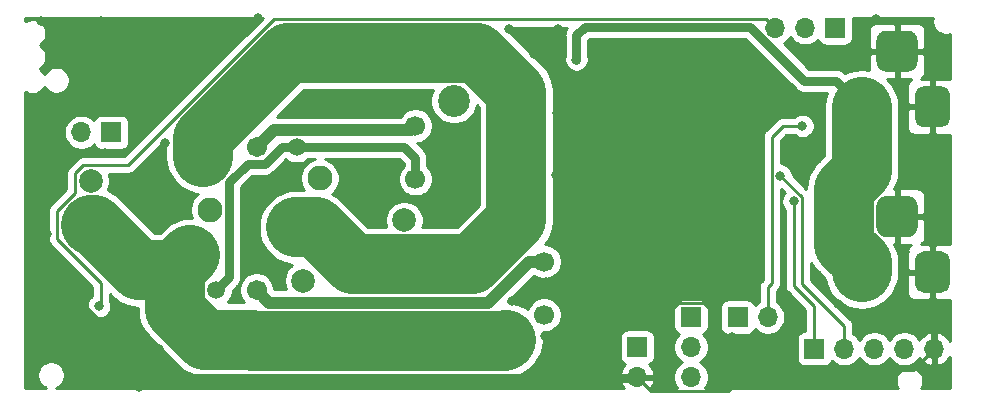
<source format=gbl>
G04 #@! TF.GenerationSoftware,KiCad,Pcbnew,(5.1.6-0-10_14)*
G04 #@! TF.CreationDate,2021-11-10T21:38:56+09:00*
G04 #@! TF.ProjectId,peltier+relay,70656c74-6965-4722-9b72-656c61792e6b,rev?*
G04 #@! TF.SameCoordinates,Original*
G04 #@! TF.FileFunction,Copper,L2,Bot*
G04 #@! TF.FilePolarity,Positive*
%FSLAX46Y46*%
G04 Gerber Fmt 4.6, Leading zero omitted, Abs format (unit mm)*
G04 Created by KiCad (PCBNEW (5.1.6-0-10_14)) date 2021-11-10 21:38:56*
%MOMM*%
%LPD*%
G01*
G04 APERTURE LIST*
G04 #@! TA.AperFunction,ComponentPad*
%ADD10O,1.700000X1.700000*%
G04 #@! TD*
G04 #@! TA.AperFunction,ComponentPad*
%ADD11R,1.700000X1.700000*%
G04 #@! TD*
G04 #@! TA.AperFunction,ComponentPad*
%ADD12C,2.000000*%
G04 #@! TD*
G04 #@! TA.AperFunction,ComponentPad*
%ADD13R,3.500000X3.500000*%
G04 #@! TD*
G04 #@! TA.AperFunction,ComponentPad*
%ADD14C,2.700000*%
G04 #@! TD*
G04 #@! TA.AperFunction,ComponentPad*
%ADD15C,1.700000*%
G04 #@! TD*
G04 #@! TA.AperFunction,ComponentPad*
%ADD16C,2.108200*%
G04 #@! TD*
G04 #@! TA.AperFunction,ComponentPad*
%ADD17C,2.006600*%
G04 #@! TD*
G04 #@! TA.AperFunction,ComponentPad*
%ADD18C,1.701800*%
G04 #@! TD*
G04 #@! TA.AperFunction,ComponentPad*
%ADD19C,1.498600*%
G04 #@! TD*
G04 #@! TA.AperFunction,ViaPad*
%ADD20C,0.800000*%
G04 #@! TD*
G04 #@! TA.AperFunction,Conductor*
%ADD21C,1.000000*%
G04 #@! TD*
G04 #@! TA.AperFunction,Conductor*
%ADD22C,5.080000*%
G04 #@! TD*
G04 #@! TA.AperFunction,Conductor*
%ADD23C,0.750000*%
G04 #@! TD*
G04 #@! TA.AperFunction,Conductor*
%ADD24C,0.250000*%
G04 #@! TD*
G04 #@! TA.AperFunction,Conductor*
%ADD25C,0.254000*%
G04 #@! TD*
G04 APERTURE END LIST*
D10*
X176160000Y-110500000D03*
X173620000Y-110500000D03*
X171080000Y-110500000D03*
X168540000Y-110500000D03*
D11*
X166000000Y-110500000D03*
D12*
X104750000Y-99770000D03*
X104750000Y-96270000D03*
D10*
X162050000Y-107810000D03*
D11*
X159510000Y-107810000D03*
D10*
X155560000Y-112890000D03*
X155560000Y-110350000D03*
D11*
X155560000Y-107810000D03*
D13*
X170000000Y-104000000D03*
G04 #@! TA.AperFunction,ComponentPad*
G36*
G01*
X177500000Y-103000000D02*
X177500000Y-105000000D01*
G75*
G02*
X176750000Y-105750000I-750000J0D01*
G01*
X175250000Y-105750000D01*
G75*
G02*
X174500000Y-105000000I0J750000D01*
G01*
X174500000Y-103000000D01*
G75*
G02*
X175250000Y-102250000I750000J0D01*
G01*
X176750000Y-102250000D01*
G75*
G02*
X177500000Y-103000000I0J-750000D01*
G01*
G37*
G04 #@! TD.AperFunction*
G04 #@! TA.AperFunction,ComponentPad*
G36*
G01*
X174750000Y-98425000D02*
X174750000Y-100175000D01*
G75*
G02*
X173875000Y-101050000I-875000J0D01*
G01*
X172125000Y-101050000D01*
G75*
G02*
X171250000Y-100175000I0J875000D01*
G01*
X171250000Y-98425000D01*
G75*
G02*
X172125000Y-97550000I875000J0D01*
G01*
X173875000Y-97550000D01*
G75*
G02*
X174750000Y-98425000I0J-875000D01*
G01*
G37*
G04 #@! TD.AperFunction*
G04 #@! TA.AperFunction,ComponentPad*
G36*
G01*
X174750000Y-84425000D02*
X174750000Y-86175000D01*
G75*
G02*
X173875000Y-87050000I-875000J0D01*
G01*
X172125000Y-87050000D01*
G75*
G02*
X171250000Y-86175000I0J875000D01*
G01*
X171250000Y-84425000D01*
G75*
G02*
X172125000Y-83550000I875000J0D01*
G01*
X173875000Y-83550000D01*
G75*
G02*
X174750000Y-84425000I0J-875000D01*
G01*
G37*
G04 #@! TD.AperFunction*
G04 #@! TA.AperFunction,ComponentPad*
G36*
G01*
X177500000Y-89000000D02*
X177500000Y-91000000D01*
G75*
G02*
X176750000Y-91750000I-750000J0D01*
G01*
X175250000Y-91750000D01*
G75*
G02*
X174500000Y-91000000I0J750000D01*
G01*
X174500000Y-89000000D01*
G75*
G02*
X175250000Y-88250000I750000J0D01*
G01*
X176750000Y-88250000D01*
G75*
G02*
X177500000Y-89000000I0J-750000D01*
G01*
G37*
G04 #@! TD.AperFunction*
X170000000Y-90000000D03*
D14*
X139880000Y-109710000D03*
D15*
X143130000Y-107610000D03*
X143130000Y-103110000D03*
D12*
X140780000Y-99610000D03*
D14*
X135480000Y-89510000D03*
D15*
X132230000Y-91610000D03*
X132230000Y-96110000D03*
D12*
X131280000Y-99610000D03*
D16*
X114830000Y-98720000D03*
D17*
X114230000Y-94220000D03*
D18*
X118780000Y-93420000D03*
D19*
X122180000Y-93420000D03*
D16*
X124130000Y-96070000D03*
X122130000Y-100220000D03*
D17*
X122730000Y-104720000D03*
D18*
X118780000Y-105520000D03*
D19*
X115380000Y-105520000D03*
D16*
X113430000Y-102870000D03*
D10*
X151000000Y-112890000D03*
D11*
X151000000Y-110350000D03*
D10*
X162690010Y-83330008D03*
X165230010Y-83330008D03*
D11*
X167770010Y-83330008D03*
D10*
X103940000Y-92160000D03*
D11*
X106480000Y-92160000D03*
D20*
X145860000Y-86010000D03*
X162940000Y-109790000D03*
X156330000Y-85280000D03*
X156330000Y-88890000D03*
X102000000Y-102960000D03*
X100560000Y-82780000D03*
X100320000Y-89240000D03*
X105600000Y-82780000D03*
X104380000Y-89450000D03*
X103020000Y-85450000D03*
X106600000Y-87090000D03*
X109790000Y-82830000D03*
X112080000Y-84800000D03*
X118890000Y-82520000D03*
X116290000Y-84600000D03*
X111030000Y-93030000D03*
X110980000Y-95700000D03*
X108100000Y-97470000D03*
X107160000Y-96010000D03*
X109120000Y-95290000D03*
X105930000Y-93930000D03*
X99850000Y-98750000D03*
X101000000Y-100790000D03*
X99700000Y-103110000D03*
X100720000Y-106740000D03*
X99730000Y-113490000D03*
X99840000Y-110160000D03*
X104200000Y-113500000D03*
X102790000Y-110840000D03*
X104870000Y-108190000D03*
X106860000Y-106770000D03*
X110540000Y-110500000D03*
X106740000Y-110780000D03*
X108860000Y-113750000D03*
X114140000Y-113350000D03*
X119600000Y-113240000D03*
X126430000Y-113440000D03*
X133750000Y-113310000D03*
X140290000Y-113430000D03*
X143220000Y-109430000D03*
X147050000Y-113480000D03*
X144570000Y-111620000D03*
X147250000Y-111090000D03*
X153520000Y-112660000D03*
X145500000Y-107350000D03*
X140410000Y-106440000D03*
X143250000Y-104880000D03*
X145500000Y-102800000D03*
X135470000Y-95960000D03*
X137250000Y-97520000D03*
X130760000Y-94770000D03*
X127200000Y-98610000D03*
X121050000Y-95590000D03*
X118520000Y-97210000D03*
X117820000Y-103820000D03*
X119650000Y-102980000D03*
X118600000Y-100710000D03*
X140150000Y-83400000D03*
X142300000Y-85570000D03*
X144330000Y-83380000D03*
X144210000Y-90500000D03*
X144110000Y-95780000D03*
X149710000Y-90620000D03*
X149580000Y-96860000D03*
X146820000Y-93190000D03*
X154410000Y-98570000D03*
X157940000Y-98570000D03*
X166470000Y-89780000D03*
X158970000Y-89980000D03*
X157980000Y-91270000D03*
X158440000Y-92410000D03*
X171250000Y-82610000D03*
X169750000Y-86350000D03*
X176270000Y-86610000D03*
X173370000Y-88090000D03*
X168020000Y-85420000D03*
X173770000Y-92620000D03*
X177190000Y-95070000D03*
X175890000Y-98400000D03*
X177200000Y-101220000D03*
X173640000Y-102300000D03*
X168000000Y-106730000D03*
X171000000Y-108130000D03*
X172920000Y-106140000D03*
X174980000Y-109190000D03*
X177060000Y-107420000D03*
X176300000Y-112870000D03*
X171380000Y-113310000D03*
X167370000Y-113370000D03*
X160530000Y-110620000D03*
X159000000Y-109470000D03*
X157230000Y-109510000D03*
X157440000Y-113610000D03*
X157070000Y-111870000D03*
X164250000Y-98000000D03*
X105430000Y-106890000D03*
X164995121Y-91630184D03*
X163125000Y-95835002D03*
D21*
X141862066Y-103110000D02*
X143130000Y-103110000D01*
X119850011Y-106590011D02*
X138382055Y-106590011D01*
X138382055Y-106590011D02*
X141862066Y-103110000D01*
X118780000Y-105520000D02*
X119850011Y-106590011D01*
D22*
X170000000Y-95437602D02*
X168509990Y-96927612D01*
X170000000Y-104000000D02*
X170000000Y-103162398D01*
X170000000Y-103162398D02*
X168509990Y-101672388D01*
X168509990Y-101672388D02*
X168509990Y-96927612D01*
X170000000Y-90000000D02*
X170000000Y-95437602D01*
D23*
X122180000Y-93420000D02*
X131280000Y-93420000D01*
X132230000Y-94370000D02*
X132230000Y-96110000D01*
X131280000Y-93420000D02*
X132230000Y-94370000D01*
X120890334Y-93420000D02*
X122180000Y-93420000D01*
X119464433Y-94845901D02*
X120890334Y-93420000D01*
X118009388Y-94845901D02*
X119464433Y-94845901D01*
X116459101Y-96396188D02*
X118009388Y-94845901D01*
X116459101Y-104440899D02*
X116459101Y-96396188D01*
X115380000Y-105520000D02*
X116459101Y-104440899D01*
X145860000Y-83954999D02*
X145860000Y-86010000D01*
X167835000Y-87835000D02*
X165166752Y-87835000D01*
X160586752Y-83254999D02*
X146560000Y-83254999D01*
X165166752Y-87835000D02*
X160586752Y-83254999D01*
X146560000Y-83254999D02*
X145860000Y-83954999D01*
X170000000Y-90000000D02*
X167835000Y-87835000D01*
D21*
X131869301Y-91970699D02*
X132230000Y-91610000D01*
X120229301Y-91970699D02*
X131869301Y-91970699D01*
X118780000Y-93420000D02*
X120229301Y-91970699D01*
D22*
X111890699Y-103845135D02*
X113147917Y-102587917D01*
X114405834Y-109710000D02*
X111890699Y-107194865D01*
X111890699Y-107194865D02*
X111890699Y-103845135D01*
X104990001Y-100010001D02*
X104750000Y-100010001D01*
X108825135Y-103845135D02*
X104990001Y-100010001D01*
X111890699Y-103845135D02*
X108825135Y-103845135D01*
X118387934Y-109710000D02*
X118507955Y-109830021D01*
X114405834Y-109710000D02*
X118387934Y-109710000D01*
X139759979Y-109830021D02*
X139880000Y-109710000D01*
X118507955Y-109830021D02*
X139759979Y-109830021D01*
X123770086Y-100220000D02*
X122130000Y-100220000D01*
X126900087Y-103350001D02*
X123770086Y-100220000D01*
X137039999Y-103350001D02*
X126900087Y-103350001D01*
X140780000Y-99610000D02*
X137039999Y-103350001D01*
X140780000Y-88756798D02*
X140780000Y-99610000D01*
X137443201Y-85419999D02*
X140780000Y-88756798D01*
X114230000Y-92655466D02*
X121465467Y-85419999D01*
X121465467Y-85419999D02*
X137443201Y-85419999D01*
X114230000Y-94220000D02*
X114230000Y-92655466D01*
D24*
X176000000Y-110340000D02*
X176160000Y-110500000D01*
X176000000Y-104000000D02*
X176000000Y-110340000D01*
X174984999Y-111675001D02*
X176160000Y-110500000D01*
X174329990Y-112330010D02*
X174984999Y-111675001D01*
X162940000Y-110446410D02*
X164823600Y-112330010D01*
X164823600Y-112330010D02*
X174329990Y-112330010D01*
X162940000Y-109790000D02*
X162940000Y-110446410D01*
X158664999Y-114065001D02*
X162940000Y-109790000D01*
D21*
X156330000Y-85280000D02*
X156330000Y-88890000D01*
D24*
X152175001Y-114065001D02*
X151000000Y-112890000D01*
X158664999Y-114065001D02*
X152175001Y-114065001D01*
D23*
X102000000Y-104903002D02*
X102000000Y-102960000D01*
X110042029Y-112945031D02*
X102000000Y-104903002D01*
X150944969Y-112945031D02*
X110042029Y-112945031D01*
X151000000Y-112890000D02*
X150944969Y-112945031D01*
D24*
X156670001Y-106634999D02*
X154449999Y-106634999D01*
X153520000Y-107564998D02*
X153520000Y-112660000D01*
X157230000Y-107194998D02*
X156670001Y-106634999D01*
X154449999Y-106634999D02*
X153520000Y-107564998D01*
X157230000Y-109510000D02*
X157230000Y-107194998D01*
X153290000Y-112890000D02*
X153520000Y-112660000D01*
X151000000Y-112890000D02*
X153290000Y-112890000D01*
X166000000Y-106900000D02*
X166000000Y-110500000D01*
X164250000Y-105150000D02*
X166000000Y-106900000D01*
X164250000Y-98000000D02*
X164250000Y-105150000D01*
X105610000Y-104921736D02*
X105610000Y-106710000D01*
X103424999Y-95633999D02*
X103424999Y-97283267D01*
X104113999Y-94944999D02*
X103424999Y-95633999D01*
X105610000Y-106710000D02*
X105430000Y-106890000D01*
X107888732Y-94944999D02*
X104113999Y-94944999D01*
X101884990Y-101196726D02*
X105610000Y-104921736D01*
X120278742Y-82554989D02*
X107888732Y-94944999D01*
X101884990Y-98823276D02*
X101884990Y-101196726D01*
X103424999Y-97283267D02*
X101884990Y-98823276D01*
X161914991Y-82554989D02*
X120278742Y-82554989D01*
X162690010Y-83330008D02*
X161914991Y-82554989D01*
X162400000Y-104950000D02*
X162400000Y-93550000D01*
X162050000Y-105300000D02*
X162400000Y-104950000D01*
X162050000Y-107810000D02*
X162050000Y-105300000D01*
X162400000Y-93550000D02*
X162400000Y-92550000D01*
X163319816Y-91630184D02*
X164995121Y-91630184D01*
X162400000Y-92550000D02*
X163319816Y-91630184D01*
X168540000Y-108540000D02*
X168540000Y-110500000D01*
X164975001Y-104975001D02*
X168540000Y-108540000D01*
X164975001Y-97685003D02*
X164975001Y-104975001D01*
X163125000Y-95835002D02*
X164975001Y-97685003D01*
D25*
G36*
X107573931Y-94184999D02*
G01*
X104151321Y-94184999D01*
X104113998Y-94181323D01*
X104076675Y-94184999D01*
X104076666Y-94184999D01*
X103965013Y-94195996D01*
X103821752Y-94239453D01*
X103689722Y-94310025D01*
X103620048Y-94367206D01*
X103573998Y-94404998D01*
X103550200Y-94433997D01*
X102914001Y-95070196D01*
X102884998Y-95093998D01*
X102855899Y-95129456D01*
X102790025Y-95209723D01*
X102757854Y-95269911D01*
X102719453Y-95341753D01*
X102675996Y-95485014D01*
X102664999Y-95596667D01*
X102664999Y-95596677D01*
X102661323Y-95633999D01*
X102664999Y-95671322D01*
X102665000Y-96968464D01*
X101373993Y-98259472D01*
X101344989Y-98283275D01*
X101314869Y-98319977D01*
X101250016Y-98399000D01*
X101201238Y-98490256D01*
X101179444Y-98531030D01*
X101135987Y-98674291D01*
X101124990Y-98785944D01*
X101124990Y-98785954D01*
X101121314Y-98823276D01*
X101124990Y-98860599D01*
X101124991Y-101159394D01*
X101121314Y-101196726D01*
X101124991Y-101234059D01*
X101130913Y-101294180D01*
X101135988Y-101345711D01*
X101179444Y-101488972D01*
X101250016Y-101621002D01*
X101305060Y-101688072D01*
X101344990Y-101736727D01*
X101373988Y-101760525D01*
X104850000Y-105236538D01*
X104850001Y-106032759D01*
X104770226Y-106086063D01*
X104626063Y-106230226D01*
X104512795Y-106399744D01*
X104434774Y-106588102D01*
X104395000Y-106788061D01*
X104395000Y-106991939D01*
X104434774Y-107191898D01*
X104512795Y-107380256D01*
X104626063Y-107549774D01*
X104770226Y-107693937D01*
X104939744Y-107807205D01*
X105128102Y-107885226D01*
X105328061Y-107925000D01*
X105531939Y-107925000D01*
X105731898Y-107885226D01*
X105920256Y-107807205D01*
X106089774Y-107693937D01*
X106233937Y-107549774D01*
X106347205Y-107380256D01*
X106425226Y-107191898D01*
X106465000Y-106991939D01*
X106465000Y-106788061D01*
X106425226Y-106588102D01*
X106370000Y-106454776D01*
X106370000Y-105880128D01*
X106469778Y-105979906D01*
X106569208Y-106101062D01*
X106920059Y-106388997D01*
X107052665Y-106497824D01*
X107604236Y-106792645D01*
X108202726Y-106974195D01*
X108715699Y-107024718D01*
X108715699Y-107038895D01*
X108700337Y-107194865D01*
X108715699Y-107350835D01*
X108715699Y-107350837D01*
X108761639Y-107817273D01*
X108943189Y-108415763D01*
X109238010Y-108967334D01*
X109634772Y-109450792D01*
X109755933Y-109550226D01*
X112050477Y-111844771D01*
X112149907Y-111965927D01*
X112633364Y-112362689D01*
X113184935Y-112657510D01*
X113783425Y-112839060D01*
X114249861Y-112885000D01*
X114249863Y-112885000D01*
X114405833Y-112900362D01*
X114561803Y-112885000D01*
X117641334Y-112885000D01*
X117885546Y-112959081D01*
X118351982Y-113005021D01*
X118351984Y-113005021D01*
X118507954Y-113020383D01*
X118663924Y-113005021D01*
X139604009Y-113005021D01*
X139759979Y-113020383D01*
X139915949Y-113005021D01*
X139915952Y-113005021D01*
X140382388Y-112959081D01*
X140980878Y-112777531D01*
X141532449Y-112482710D01*
X142015906Y-112085948D01*
X142115340Y-111964787D01*
X142235353Y-111844774D01*
X142532688Y-111482470D01*
X142827510Y-110930898D01*
X143009059Y-110332409D01*
X143070362Y-109710001D01*
X143049679Y-109500000D01*
X149511928Y-109500000D01*
X149511928Y-111200000D01*
X149524188Y-111324482D01*
X149560498Y-111444180D01*
X149619463Y-111554494D01*
X149698815Y-111651185D01*
X149795506Y-111730537D01*
X149905820Y-111789502D01*
X149986466Y-111813966D01*
X149902412Y-111889731D01*
X149728359Y-112123080D01*
X149603175Y-112385901D01*
X149558524Y-112533110D01*
X149679845Y-112763000D01*
X150873000Y-112763000D01*
X150873000Y-112743000D01*
X151127000Y-112743000D01*
X151127000Y-112763000D01*
X152320155Y-112763000D01*
X152441476Y-112533110D01*
X152396825Y-112385901D01*
X152271641Y-112123080D01*
X152097588Y-111889731D01*
X152013534Y-111813966D01*
X152094180Y-111789502D01*
X152204494Y-111730537D01*
X152301185Y-111651185D01*
X152380537Y-111554494D01*
X152439502Y-111444180D01*
X152475812Y-111324482D01*
X152488072Y-111200000D01*
X152488072Y-109500000D01*
X152475812Y-109375518D01*
X152439502Y-109255820D01*
X152380537Y-109145506D01*
X152301185Y-109048815D01*
X152204494Y-108969463D01*
X152094180Y-108910498D01*
X151974482Y-108874188D01*
X151850000Y-108861928D01*
X150150000Y-108861928D01*
X150025518Y-108874188D01*
X149905820Y-108910498D01*
X149795506Y-108969463D01*
X149698815Y-109048815D01*
X149619463Y-109145506D01*
X149560498Y-109255820D01*
X149524188Y-109375518D01*
X149511928Y-109500000D01*
X143049679Y-109500000D01*
X143009789Y-109095000D01*
X143276260Y-109095000D01*
X143563158Y-109037932D01*
X143833411Y-108925990D01*
X144076632Y-108763475D01*
X144283475Y-108556632D01*
X144445990Y-108313411D01*
X144557932Y-108043158D01*
X144615000Y-107756260D01*
X144615000Y-107463740D01*
X144557932Y-107176842D01*
X144445990Y-106906589D01*
X144283475Y-106663368D01*
X144076632Y-106456525D01*
X143833411Y-106294010D01*
X143563158Y-106182068D01*
X143276260Y-106125000D01*
X142983740Y-106125000D01*
X142696842Y-106182068D01*
X142426589Y-106294010D01*
X142183368Y-106456525D01*
X141976525Y-106663368D01*
X141814010Y-106906589D01*
X141726435Y-107118014D01*
X141652469Y-107057312D01*
X141100898Y-106762490D01*
X140502408Y-106580941D01*
X140041639Y-106535558D01*
X142261510Y-104315688D01*
X142426589Y-104425990D01*
X142696842Y-104537932D01*
X142983740Y-104595000D01*
X143276260Y-104595000D01*
X143563158Y-104537932D01*
X143833411Y-104425990D01*
X144076632Y-104263475D01*
X144283475Y-104056632D01*
X144445990Y-103813411D01*
X144557932Y-103543158D01*
X144615000Y-103256260D01*
X144615000Y-102963740D01*
X144557932Y-102676842D01*
X144445990Y-102406589D01*
X144283475Y-102163368D01*
X144076632Y-101956525D01*
X143833411Y-101794010D01*
X143563158Y-101682068D01*
X143276260Y-101625000D01*
X143233650Y-101625000D01*
X143314692Y-101526250D01*
X143432689Y-101382471D01*
X143727510Y-100830899D01*
X143732197Y-100815447D01*
X143909060Y-100232409D01*
X143955000Y-99765973D01*
X143955000Y-99765971D01*
X143970362Y-99610001D01*
X143955000Y-99454031D01*
X143955000Y-88912767D01*
X143970362Y-88756797D01*
X143946458Y-88514099D01*
X143909060Y-88134389D01*
X143727510Y-87535899D01*
X143432689Y-86984328D01*
X143035927Y-86500871D01*
X142914772Y-86401442D01*
X139828318Y-83314989D01*
X145078664Y-83314989D01*
X145016153Y-83391159D01*
X144922369Y-83566619D01*
X144922368Y-83566620D01*
X144864615Y-83757005D01*
X144845114Y-83954999D01*
X144850000Y-84004607D01*
X144850001Y-85782372D01*
X144825000Y-85908061D01*
X144825000Y-86111939D01*
X144864774Y-86311898D01*
X144942795Y-86500256D01*
X145056063Y-86669774D01*
X145200226Y-86813937D01*
X145369744Y-86927205D01*
X145558102Y-87005226D01*
X145758061Y-87045000D01*
X145961939Y-87045000D01*
X146161898Y-87005226D01*
X146350256Y-86927205D01*
X146519774Y-86813937D01*
X146663937Y-86669774D01*
X146777205Y-86500256D01*
X146855226Y-86311898D01*
X146895000Y-86111939D01*
X146895000Y-85908061D01*
X146870000Y-85782377D01*
X146870000Y-84373354D01*
X146978356Y-84264999D01*
X160168397Y-84264999D01*
X164417495Y-88514099D01*
X164449119Y-88552633D01*
X164602912Y-88678847D01*
X164748747Y-88756797D01*
X164778372Y-88772632D01*
X164968757Y-88830385D01*
X165166752Y-88849886D01*
X165216360Y-88845000D01*
X167032500Y-88845000D01*
X166870940Y-89377592D01*
X166825000Y-89844028D01*
X166825001Y-94122474D01*
X166375220Y-94572255D01*
X166254064Y-94671685D01*
X165990154Y-94993261D01*
X165857301Y-95155143D01*
X165562480Y-95706714D01*
X165380931Y-96305204D01*
X165319628Y-96927612D01*
X165322601Y-96957802D01*
X164160000Y-95795201D01*
X164160000Y-95733063D01*
X164120226Y-95533104D01*
X164042205Y-95344746D01*
X163928937Y-95175228D01*
X163784774Y-95031065D01*
X163615256Y-94917797D01*
X163426898Y-94839776D01*
X163226939Y-94800002D01*
X163160000Y-94800002D01*
X163160000Y-92864801D01*
X163634618Y-92390184D01*
X164291410Y-92390184D01*
X164335347Y-92434121D01*
X164504865Y-92547389D01*
X164693223Y-92625410D01*
X164893182Y-92665184D01*
X165097060Y-92665184D01*
X165297019Y-92625410D01*
X165485377Y-92547389D01*
X165654895Y-92434121D01*
X165799058Y-92289958D01*
X165912326Y-92120440D01*
X165990347Y-91932082D01*
X166030121Y-91732123D01*
X166030121Y-91528245D01*
X165990347Y-91328286D01*
X165912326Y-91139928D01*
X165799058Y-90970410D01*
X165654895Y-90826247D01*
X165485377Y-90712979D01*
X165297019Y-90634958D01*
X165097060Y-90595184D01*
X164893182Y-90595184D01*
X164693223Y-90634958D01*
X164504865Y-90712979D01*
X164335347Y-90826247D01*
X164291410Y-90870184D01*
X163357138Y-90870184D01*
X163319815Y-90866508D01*
X163282492Y-90870184D01*
X163282483Y-90870184D01*
X163170830Y-90881181D01*
X163027569Y-90924638D01*
X162895540Y-90995210D01*
X162779815Y-91090183D01*
X162756017Y-91119181D01*
X161888998Y-91986201D01*
X161860000Y-92009999D01*
X161836202Y-92038997D01*
X161836201Y-92038998D01*
X161765026Y-92125724D01*
X161694454Y-92257754D01*
X161670801Y-92335730D01*
X161650998Y-92401014D01*
X161641299Y-92499493D01*
X161636324Y-92550000D01*
X161640001Y-92587332D01*
X161640000Y-93587332D01*
X161640001Y-93587342D01*
X161640000Y-104635199D01*
X161538998Y-104736201D01*
X161510000Y-104759999D01*
X161486202Y-104788997D01*
X161486201Y-104788998D01*
X161415026Y-104875724D01*
X161344454Y-105007754D01*
X161316780Y-105098986D01*
X161309197Y-105123987D01*
X161300998Y-105151015D01*
X161286324Y-105300000D01*
X161290001Y-105337332D01*
X161290001Y-106531821D01*
X161103368Y-106656525D01*
X160971513Y-106788380D01*
X160949502Y-106715820D01*
X160890537Y-106605506D01*
X160811185Y-106508815D01*
X160714494Y-106429463D01*
X160604180Y-106370498D01*
X160484482Y-106334188D01*
X160360000Y-106321928D01*
X158660000Y-106321928D01*
X158535518Y-106334188D01*
X158415820Y-106370498D01*
X158305506Y-106429463D01*
X158208815Y-106508815D01*
X158129463Y-106605506D01*
X158070498Y-106715820D01*
X158034188Y-106835518D01*
X158021928Y-106960000D01*
X158021928Y-108660000D01*
X158034188Y-108784482D01*
X158070498Y-108904180D01*
X158129463Y-109014494D01*
X158208815Y-109111185D01*
X158305506Y-109190537D01*
X158415820Y-109249502D01*
X158535518Y-109285812D01*
X158660000Y-109298072D01*
X160360000Y-109298072D01*
X160484482Y-109285812D01*
X160604180Y-109249502D01*
X160714494Y-109190537D01*
X160811185Y-109111185D01*
X160890537Y-109014494D01*
X160949502Y-108904180D01*
X160971513Y-108831620D01*
X161103368Y-108963475D01*
X161346589Y-109125990D01*
X161616842Y-109237932D01*
X161903740Y-109295000D01*
X162196260Y-109295000D01*
X162483158Y-109237932D01*
X162753411Y-109125990D01*
X162996632Y-108963475D01*
X163203475Y-108756632D01*
X163365990Y-108513411D01*
X163477932Y-108243158D01*
X163535000Y-107956260D01*
X163535000Y-107663740D01*
X163477932Y-107376842D01*
X163365990Y-107106589D01*
X163203475Y-106863368D01*
X162996632Y-106656525D01*
X162810000Y-106531822D01*
X162810000Y-105614801D01*
X162910998Y-105513803D01*
X162940001Y-105490001D01*
X163034974Y-105374276D01*
X163105546Y-105242247D01*
X163149003Y-105098986D01*
X163160000Y-104987333D01*
X163160000Y-104987325D01*
X163163676Y-104950000D01*
X163160000Y-104912675D01*
X163160000Y-96944803D01*
X163500743Y-97285546D01*
X163446063Y-97340226D01*
X163332795Y-97509744D01*
X163254774Y-97698102D01*
X163215000Y-97898061D01*
X163215000Y-98101939D01*
X163254774Y-98301898D01*
X163332795Y-98490256D01*
X163446063Y-98659774D01*
X163490000Y-98703711D01*
X163490001Y-105112668D01*
X163486324Y-105150000D01*
X163490001Y-105187333D01*
X163499596Y-105284746D01*
X163500998Y-105298985D01*
X163544454Y-105442246D01*
X163615026Y-105574276D01*
X163682377Y-105656342D01*
X163710000Y-105690001D01*
X163738998Y-105713799D01*
X165240000Y-107214802D01*
X165240001Y-109011928D01*
X165150000Y-109011928D01*
X165025518Y-109024188D01*
X164905820Y-109060498D01*
X164795506Y-109119463D01*
X164698815Y-109198815D01*
X164619463Y-109295506D01*
X164560498Y-109405820D01*
X164524188Y-109525518D01*
X164511928Y-109650000D01*
X164511928Y-111350000D01*
X164524188Y-111474482D01*
X164560498Y-111594180D01*
X164619463Y-111704494D01*
X164698815Y-111801185D01*
X164795506Y-111880537D01*
X164905820Y-111939502D01*
X165025518Y-111975812D01*
X165150000Y-111988072D01*
X166850000Y-111988072D01*
X166974482Y-111975812D01*
X167094180Y-111939502D01*
X167204494Y-111880537D01*
X167301185Y-111801185D01*
X167380537Y-111704494D01*
X167439502Y-111594180D01*
X167461513Y-111521620D01*
X167593368Y-111653475D01*
X167836589Y-111815990D01*
X168106842Y-111927932D01*
X168393740Y-111985000D01*
X168686260Y-111985000D01*
X168973158Y-111927932D01*
X169243411Y-111815990D01*
X169486632Y-111653475D01*
X169693475Y-111446632D01*
X169810000Y-111272240D01*
X169926525Y-111446632D01*
X170133368Y-111653475D01*
X170376589Y-111815990D01*
X170646842Y-111927932D01*
X170933740Y-111985000D01*
X171226260Y-111985000D01*
X171513158Y-111927932D01*
X171783411Y-111815990D01*
X172026632Y-111653475D01*
X172233475Y-111446632D01*
X172350000Y-111272240D01*
X172466525Y-111446632D01*
X172673368Y-111653475D01*
X172916589Y-111815990D01*
X173186842Y-111927932D01*
X173473740Y-111985000D01*
X173766260Y-111985000D01*
X174053158Y-111927932D01*
X174323411Y-111815990D01*
X174566632Y-111653475D01*
X174773475Y-111446632D01*
X174895195Y-111264466D01*
X174964822Y-111381355D01*
X175159731Y-111597588D01*
X175393080Y-111771641D01*
X175655901Y-111896825D01*
X175803110Y-111941476D01*
X176033000Y-111820155D01*
X176033000Y-110627000D01*
X176013000Y-110627000D01*
X176013000Y-110373000D01*
X176033000Y-110373000D01*
X176033000Y-109179845D01*
X175803110Y-109058524D01*
X175655901Y-109103175D01*
X175393080Y-109228359D01*
X175159731Y-109402412D01*
X174964822Y-109618645D01*
X174895195Y-109735534D01*
X174773475Y-109553368D01*
X174566632Y-109346525D01*
X174323411Y-109184010D01*
X174053158Y-109072068D01*
X173766260Y-109015000D01*
X173473740Y-109015000D01*
X173186842Y-109072068D01*
X172916589Y-109184010D01*
X172673368Y-109346525D01*
X172466525Y-109553368D01*
X172350000Y-109727760D01*
X172233475Y-109553368D01*
X172026632Y-109346525D01*
X171783411Y-109184010D01*
X171513158Y-109072068D01*
X171226260Y-109015000D01*
X170933740Y-109015000D01*
X170646842Y-109072068D01*
X170376589Y-109184010D01*
X170133368Y-109346525D01*
X169926525Y-109553368D01*
X169810000Y-109727760D01*
X169693475Y-109553368D01*
X169486632Y-109346525D01*
X169300000Y-109221822D01*
X169300000Y-108577323D01*
X169303676Y-108540000D01*
X169300000Y-108502677D01*
X169300000Y-108502667D01*
X169289003Y-108391014D01*
X169245546Y-108247753D01*
X169174975Y-108115725D01*
X169174974Y-108115723D01*
X169103799Y-108028997D01*
X169080001Y-107999999D01*
X169051004Y-107976202D01*
X165735001Y-104660200D01*
X165735001Y-103216050D01*
X165857301Y-103444857D01*
X166254063Y-103928315D01*
X166375224Y-104027749D01*
X166860130Y-104512655D01*
X166870940Y-104622408D01*
X167052490Y-105220898D01*
X167347311Y-105772469D01*
X167744073Y-106255927D01*
X168227530Y-106652689D01*
X168779101Y-106947510D01*
X169377591Y-107129060D01*
X170000000Y-107190362D01*
X170622408Y-107129060D01*
X171220898Y-106947510D01*
X171772469Y-106652689D01*
X172255927Y-106255927D01*
X172652689Y-105772470D01*
X172664699Y-105750000D01*
X173861928Y-105750000D01*
X173874188Y-105874482D01*
X173910498Y-105994180D01*
X173969463Y-106104494D01*
X174048815Y-106201185D01*
X174145506Y-106280537D01*
X174255820Y-106339502D01*
X174375518Y-106375812D01*
X174500000Y-106388072D01*
X175714250Y-106385000D01*
X175873000Y-106226250D01*
X175873000Y-104127000D01*
X174023750Y-104127000D01*
X173865000Y-104285750D01*
X173861928Y-105750000D01*
X172664699Y-105750000D01*
X172947510Y-105220899D01*
X173129060Y-104622409D01*
X173175000Y-104155973D01*
X173175000Y-103318367D01*
X173190362Y-103162397D01*
X173163857Y-102893287D01*
X173129060Y-102539990D01*
X173004419Y-102129103D01*
X172947510Y-101941499D01*
X172776913Y-101622337D01*
X172873000Y-101526250D01*
X172873000Y-99427000D01*
X173127000Y-99427000D01*
X173127000Y-101526250D01*
X173285750Y-101685000D01*
X174206367Y-101686931D01*
X174145506Y-101719463D01*
X174048815Y-101798815D01*
X173969463Y-101895506D01*
X173910498Y-102005820D01*
X173874188Y-102125518D01*
X173861928Y-102250000D01*
X173865000Y-103714250D01*
X174023750Y-103873000D01*
X175873000Y-103873000D01*
X175873000Y-101773750D01*
X175714250Y-101615000D01*
X175043195Y-101613302D01*
X175104494Y-101580537D01*
X175201185Y-101501185D01*
X175280537Y-101404494D01*
X175339502Y-101294180D01*
X175375812Y-101174482D01*
X175388072Y-101050000D01*
X175385000Y-99585750D01*
X175226250Y-99427000D01*
X173127000Y-99427000D01*
X172873000Y-99427000D01*
X172853000Y-99427000D01*
X172853000Y-99173000D01*
X172873000Y-99173000D01*
X172873000Y-97073750D01*
X173127000Y-97073750D01*
X173127000Y-99173000D01*
X175226250Y-99173000D01*
X175385000Y-99014250D01*
X175388072Y-97550000D01*
X175375812Y-97425518D01*
X175339502Y-97305820D01*
X175280537Y-97195506D01*
X175201185Y-97098815D01*
X175104494Y-97019463D01*
X174994180Y-96960498D01*
X174874482Y-96924188D01*
X174750000Y-96911928D01*
X173285750Y-96915000D01*
X173127000Y-97073750D01*
X172873000Y-97073750D01*
X172776914Y-96977664D01*
X172947510Y-96658501D01*
X173129060Y-96060011D01*
X173175000Y-95593575D01*
X173175000Y-95593573D01*
X173190362Y-95437603D01*
X173175000Y-95281633D01*
X173175000Y-91750000D01*
X173861928Y-91750000D01*
X173874188Y-91874482D01*
X173910498Y-91994180D01*
X173969463Y-92104494D01*
X174048815Y-92201185D01*
X174145506Y-92280537D01*
X174255820Y-92339502D01*
X174375518Y-92375812D01*
X174500000Y-92388072D01*
X175714250Y-92385000D01*
X175873000Y-92226250D01*
X175873000Y-90127000D01*
X174023750Y-90127000D01*
X173865000Y-90285750D01*
X173861928Y-91750000D01*
X173175000Y-91750000D01*
X173175000Y-89844027D01*
X173129060Y-89377591D01*
X172947510Y-88779101D01*
X172652689Y-88227530D01*
X172255927Y-87744073D01*
X172185298Y-87686110D01*
X172714250Y-87685000D01*
X172873000Y-87526250D01*
X172873000Y-85427000D01*
X173127000Y-85427000D01*
X173127000Y-87526250D01*
X173285750Y-87685000D01*
X174206367Y-87686931D01*
X174145506Y-87719463D01*
X174048815Y-87798815D01*
X173969463Y-87895506D01*
X173910498Y-88005820D01*
X173874188Y-88125518D01*
X173861928Y-88250000D01*
X173865000Y-89714250D01*
X174023750Y-89873000D01*
X175873000Y-89873000D01*
X175873000Y-87773750D01*
X175714250Y-87615000D01*
X175043195Y-87613302D01*
X175104494Y-87580537D01*
X175201185Y-87501185D01*
X175280537Y-87404494D01*
X175339502Y-87294180D01*
X175375812Y-87174482D01*
X175388072Y-87050000D01*
X175385000Y-85585750D01*
X175226250Y-85427000D01*
X173127000Y-85427000D01*
X172873000Y-85427000D01*
X170773750Y-85427000D01*
X170615000Y-85585750D01*
X170612306Y-86869945D01*
X170000000Y-86809638D01*
X169377591Y-86870940D01*
X168779101Y-87052490D01*
X168584736Y-87156381D01*
X168584261Y-87155906D01*
X168552633Y-87117367D01*
X168398840Y-86991153D01*
X168223380Y-86897368D01*
X168032994Y-86839615D01*
X167884608Y-86825000D01*
X167835000Y-86820114D01*
X167785392Y-86825000D01*
X165585108Y-86825000D01*
X163401025Y-84640917D01*
X163636642Y-84483483D01*
X163843485Y-84276640D01*
X163960010Y-84102248D01*
X164076535Y-84276640D01*
X164283378Y-84483483D01*
X164526599Y-84645998D01*
X164796852Y-84757940D01*
X165083750Y-84815008D01*
X165376270Y-84815008D01*
X165663168Y-84757940D01*
X165933421Y-84645998D01*
X166176642Y-84483483D01*
X166308497Y-84351628D01*
X166330508Y-84424188D01*
X166389473Y-84534502D01*
X166468825Y-84631193D01*
X166565516Y-84710545D01*
X166675830Y-84769510D01*
X166795528Y-84805820D01*
X166920010Y-84818080D01*
X168620010Y-84818080D01*
X168744492Y-84805820D01*
X168864190Y-84769510D01*
X168974504Y-84710545D01*
X169071195Y-84631193D01*
X169150547Y-84534502D01*
X169209512Y-84424188D01*
X169245822Y-84304490D01*
X169258082Y-84180008D01*
X169258082Y-83550000D01*
X170611928Y-83550000D01*
X170615000Y-85014250D01*
X170773750Y-85173000D01*
X172873000Y-85173000D01*
X172873000Y-83073750D01*
X173127000Y-83073750D01*
X173127000Y-85173000D01*
X175226250Y-85173000D01*
X175385000Y-85014250D01*
X175388072Y-83550000D01*
X175375812Y-83425518D01*
X175339502Y-83305820D01*
X175280537Y-83195506D01*
X175201185Y-83098815D01*
X175104494Y-83019463D01*
X174994180Y-82960498D01*
X174874482Y-82924188D01*
X174750000Y-82911928D01*
X173285750Y-82915000D01*
X173127000Y-83073750D01*
X172873000Y-83073750D01*
X172714250Y-82915000D01*
X171250000Y-82911928D01*
X171125518Y-82924188D01*
X171005820Y-82960498D01*
X170895506Y-83019463D01*
X170798815Y-83098815D01*
X170719463Y-83195506D01*
X170660498Y-83305820D01*
X170624188Y-83425518D01*
X170611928Y-83550000D01*
X169258082Y-83550000D01*
X169258082Y-82480008D01*
X169257589Y-82475000D01*
X176025387Y-82475000D01*
X175995682Y-82624340D01*
X175995682Y-82855660D01*
X176040810Y-83082536D01*
X176129333Y-83296248D01*
X176257848Y-83488584D01*
X176421416Y-83652152D01*
X176613752Y-83780667D01*
X176827464Y-83869190D01*
X177054340Y-83914318D01*
X177285660Y-83914318D01*
X177486000Y-83874468D01*
X177486000Y-87611963D01*
X176285750Y-87615000D01*
X176127000Y-87773750D01*
X176127000Y-89873000D01*
X176147000Y-89873000D01*
X176147000Y-90127000D01*
X176127000Y-90127000D01*
X176127000Y-92226250D01*
X176285750Y-92385000D01*
X177486000Y-92388037D01*
X177486001Y-101611963D01*
X176285750Y-101615000D01*
X176127000Y-101773750D01*
X176127000Y-103873000D01*
X176147000Y-103873000D01*
X176147000Y-104127000D01*
X176127000Y-104127000D01*
X176127000Y-106226250D01*
X176285750Y-106385000D01*
X177486001Y-106388037D01*
X177486001Y-109838268D01*
X177355178Y-109618645D01*
X177160269Y-109402412D01*
X176926920Y-109228359D01*
X176664099Y-109103175D01*
X176516890Y-109058524D01*
X176287000Y-109179845D01*
X176287000Y-110373000D01*
X176307000Y-110373000D01*
X176307000Y-110627000D01*
X176287000Y-110627000D01*
X176287000Y-111820155D01*
X176516890Y-111941476D01*
X176664099Y-111896825D01*
X176926920Y-111771641D01*
X177160269Y-111597588D01*
X177355178Y-111381355D01*
X177486001Y-111161732D01*
X177486001Y-113835000D01*
X175031365Y-113835000D01*
X175090667Y-113746248D01*
X175179190Y-113532536D01*
X175224318Y-113305660D01*
X175224318Y-113074340D01*
X175179190Y-112847464D01*
X175090667Y-112633752D01*
X174962152Y-112441416D01*
X174798584Y-112277848D01*
X174606248Y-112149333D01*
X174392536Y-112060810D01*
X174165660Y-112015682D01*
X173934340Y-112015682D01*
X173707464Y-112060810D01*
X173493752Y-112149333D01*
X173301416Y-112277848D01*
X173137848Y-112441416D01*
X173009333Y-112633752D01*
X172920810Y-112847464D01*
X172875682Y-113074340D01*
X172875682Y-113305660D01*
X172920810Y-113532536D01*
X173009333Y-113746248D01*
X173068635Y-113835000D01*
X156714565Y-113835000D01*
X156875990Y-113593411D01*
X156987932Y-113323158D01*
X157045000Y-113036260D01*
X157045000Y-112743740D01*
X156987932Y-112456842D01*
X156875990Y-112186589D01*
X156713475Y-111943368D01*
X156506632Y-111736525D01*
X156332240Y-111620000D01*
X156506632Y-111503475D01*
X156713475Y-111296632D01*
X156875990Y-111053411D01*
X156987932Y-110783158D01*
X157045000Y-110496260D01*
X157045000Y-110203740D01*
X156987932Y-109916842D01*
X156875990Y-109646589D01*
X156713475Y-109403368D01*
X156581620Y-109271513D01*
X156654180Y-109249502D01*
X156764494Y-109190537D01*
X156861185Y-109111185D01*
X156940537Y-109014494D01*
X156999502Y-108904180D01*
X157035812Y-108784482D01*
X157048072Y-108660000D01*
X157048072Y-106960000D01*
X157035812Y-106835518D01*
X156999502Y-106715820D01*
X156940537Y-106605506D01*
X156861185Y-106508815D01*
X156764494Y-106429463D01*
X156654180Y-106370498D01*
X156534482Y-106334188D01*
X156410000Y-106321928D01*
X154710000Y-106321928D01*
X154585518Y-106334188D01*
X154465820Y-106370498D01*
X154355506Y-106429463D01*
X154258815Y-106508815D01*
X154179463Y-106605506D01*
X154120498Y-106715820D01*
X154084188Y-106835518D01*
X154071928Y-106960000D01*
X154071928Y-108660000D01*
X154084188Y-108784482D01*
X154120498Y-108904180D01*
X154179463Y-109014494D01*
X154258815Y-109111185D01*
X154355506Y-109190537D01*
X154465820Y-109249502D01*
X154538380Y-109271513D01*
X154406525Y-109403368D01*
X154244010Y-109646589D01*
X154132068Y-109916842D01*
X154075000Y-110203740D01*
X154075000Y-110496260D01*
X154132068Y-110783158D01*
X154244010Y-111053411D01*
X154406525Y-111296632D01*
X154613368Y-111503475D01*
X154787760Y-111620000D01*
X154613368Y-111736525D01*
X154406525Y-111943368D01*
X154244010Y-112186589D01*
X154132068Y-112456842D01*
X154075000Y-112743740D01*
X154075000Y-113036260D01*
X154132068Y-113323158D01*
X154244010Y-113593411D01*
X154405435Y-113835000D01*
X152138813Y-113835000D01*
X152271641Y-113656920D01*
X152396825Y-113394099D01*
X152441476Y-113246890D01*
X152320155Y-113017000D01*
X151127000Y-113017000D01*
X151127000Y-113037000D01*
X150873000Y-113037000D01*
X150873000Y-113017000D01*
X149679845Y-113017000D01*
X149558524Y-113246890D01*
X149603175Y-113394099D01*
X149728359Y-113656920D01*
X149861187Y-113835000D01*
X101780935Y-113835000D01*
X101936248Y-113770667D01*
X102128584Y-113642152D01*
X102292152Y-113478584D01*
X102420667Y-113286248D01*
X102509190Y-113072536D01*
X102554318Y-112845660D01*
X102554318Y-112614340D01*
X102509190Y-112387464D01*
X102420667Y-112173752D01*
X102292152Y-111981416D01*
X102128584Y-111817848D01*
X101936248Y-111689333D01*
X101722536Y-111600810D01*
X101495660Y-111555682D01*
X101264340Y-111555682D01*
X101037464Y-111600810D01*
X100823752Y-111689333D01*
X100631416Y-111817848D01*
X100467848Y-111981416D01*
X100339333Y-112173752D01*
X100250810Y-112387464D01*
X100205682Y-112614340D01*
X100205682Y-112845660D01*
X100250810Y-113072536D01*
X100339333Y-113286248D01*
X100467848Y-113478584D01*
X100631416Y-113642152D01*
X100823752Y-113770667D01*
X100979065Y-113835000D01*
X99185000Y-113835000D01*
X99185000Y-92013740D01*
X102455000Y-92013740D01*
X102455000Y-92306260D01*
X102512068Y-92593158D01*
X102624010Y-92863411D01*
X102786525Y-93106632D01*
X102993368Y-93313475D01*
X103236589Y-93475990D01*
X103506842Y-93587932D01*
X103793740Y-93645000D01*
X104086260Y-93645000D01*
X104373158Y-93587932D01*
X104643411Y-93475990D01*
X104886632Y-93313475D01*
X105018487Y-93181620D01*
X105040498Y-93254180D01*
X105099463Y-93364494D01*
X105178815Y-93461185D01*
X105275506Y-93540537D01*
X105385820Y-93599502D01*
X105505518Y-93635812D01*
X105630000Y-93648072D01*
X107330000Y-93648072D01*
X107454482Y-93635812D01*
X107574180Y-93599502D01*
X107684494Y-93540537D01*
X107781185Y-93461185D01*
X107860537Y-93364494D01*
X107919502Y-93254180D01*
X107955812Y-93134482D01*
X107968072Y-93010000D01*
X107968072Y-91310000D01*
X107955812Y-91185518D01*
X107919502Y-91065820D01*
X107860537Y-90955506D01*
X107781185Y-90858815D01*
X107684494Y-90779463D01*
X107574180Y-90720498D01*
X107454482Y-90684188D01*
X107330000Y-90671928D01*
X105630000Y-90671928D01*
X105505518Y-90684188D01*
X105385820Y-90720498D01*
X105275506Y-90779463D01*
X105178815Y-90858815D01*
X105099463Y-90955506D01*
X105040498Y-91065820D01*
X105018487Y-91138380D01*
X104886632Y-91006525D01*
X104643411Y-90844010D01*
X104373158Y-90732068D01*
X104086260Y-90675000D01*
X103793740Y-90675000D01*
X103506842Y-90732068D01*
X103236589Y-90844010D01*
X102993368Y-91006525D01*
X102786525Y-91213368D01*
X102624010Y-91456589D01*
X102512068Y-91726842D01*
X102455000Y-92013740D01*
X99185000Y-92013740D01*
X99185000Y-88744780D01*
X99261609Y-88795968D01*
X99472302Y-88883240D01*
X99695973Y-88927731D01*
X99924027Y-88927731D01*
X100147698Y-88883240D01*
X100358391Y-88795968D01*
X100548011Y-88669269D01*
X100709269Y-88508011D01*
X100814987Y-88349792D01*
X100917173Y-88502724D01*
X101077276Y-88662827D01*
X101265537Y-88788619D01*
X101474721Y-88875266D01*
X101696790Y-88919438D01*
X101923210Y-88919438D01*
X102145279Y-88875266D01*
X102354463Y-88788619D01*
X102542724Y-88662827D01*
X102702827Y-88502724D01*
X102828619Y-88314463D01*
X102915266Y-88105279D01*
X102959438Y-87883210D01*
X102959438Y-87656790D01*
X102915266Y-87434721D01*
X102828619Y-87225537D01*
X102702827Y-87037276D01*
X102542724Y-86877173D01*
X102354463Y-86751381D01*
X102145279Y-86664734D01*
X101923210Y-86620562D01*
X101696790Y-86620562D01*
X101474721Y-86664734D01*
X101265537Y-86751381D01*
X101077276Y-86877173D01*
X100917173Y-87037276D01*
X100814987Y-87190208D01*
X100709269Y-87031989D01*
X100548011Y-86870731D01*
X100404720Y-86774988D01*
X100553298Y-86675711D01*
X100715711Y-86513298D01*
X100843318Y-86322320D01*
X100931215Y-86110117D01*
X100976025Y-85884843D01*
X100976025Y-85655157D01*
X100931215Y-85429883D01*
X100843318Y-85217680D01*
X100715711Y-85026702D01*
X100553298Y-84864289D01*
X100419647Y-84774987D01*
X100558584Y-84682152D01*
X100722152Y-84518584D01*
X100850667Y-84326248D01*
X100939190Y-84112536D01*
X100984318Y-83885660D01*
X100984318Y-83654340D01*
X100939190Y-83427464D01*
X100850667Y-83213752D01*
X100722152Y-83021416D01*
X100558584Y-82857848D01*
X100366248Y-82729333D01*
X100152536Y-82640810D01*
X99925660Y-82595682D01*
X99694340Y-82595682D01*
X99467464Y-82640810D01*
X99253752Y-82729333D01*
X99185000Y-82775272D01*
X99185000Y-82475000D01*
X119283929Y-82475000D01*
X107573931Y-94184999D01*
G37*
X107573931Y-94184999D02*
X104151321Y-94184999D01*
X104113998Y-94181323D01*
X104076675Y-94184999D01*
X104076666Y-94184999D01*
X103965013Y-94195996D01*
X103821752Y-94239453D01*
X103689722Y-94310025D01*
X103620048Y-94367206D01*
X103573998Y-94404998D01*
X103550200Y-94433997D01*
X102914001Y-95070196D01*
X102884998Y-95093998D01*
X102855899Y-95129456D01*
X102790025Y-95209723D01*
X102757854Y-95269911D01*
X102719453Y-95341753D01*
X102675996Y-95485014D01*
X102664999Y-95596667D01*
X102664999Y-95596677D01*
X102661323Y-95633999D01*
X102664999Y-95671322D01*
X102665000Y-96968464D01*
X101373993Y-98259472D01*
X101344989Y-98283275D01*
X101314869Y-98319977D01*
X101250016Y-98399000D01*
X101201238Y-98490256D01*
X101179444Y-98531030D01*
X101135987Y-98674291D01*
X101124990Y-98785944D01*
X101124990Y-98785954D01*
X101121314Y-98823276D01*
X101124990Y-98860599D01*
X101124991Y-101159394D01*
X101121314Y-101196726D01*
X101124991Y-101234059D01*
X101130913Y-101294180D01*
X101135988Y-101345711D01*
X101179444Y-101488972D01*
X101250016Y-101621002D01*
X101305060Y-101688072D01*
X101344990Y-101736727D01*
X101373988Y-101760525D01*
X104850000Y-105236538D01*
X104850001Y-106032759D01*
X104770226Y-106086063D01*
X104626063Y-106230226D01*
X104512795Y-106399744D01*
X104434774Y-106588102D01*
X104395000Y-106788061D01*
X104395000Y-106991939D01*
X104434774Y-107191898D01*
X104512795Y-107380256D01*
X104626063Y-107549774D01*
X104770226Y-107693937D01*
X104939744Y-107807205D01*
X105128102Y-107885226D01*
X105328061Y-107925000D01*
X105531939Y-107925000D01*
X105731898Y-107885226D01*
X105920256Y-107807205D01*
X106089774Y-107693937D01*
X106233937Y-107549774D01*
X106347205Y-107380256D01*
X106425226Y-107191898D01*
X106465000Y-106991939D01*
X106465000Y-106788061D01*
X106425226Y-106588102D01*
X106370000Y-106454776D01*
X106370000Y-105880128D01*
X106469778Y-105979906D01*
X106569208Y-106101062D01*
X106920059Y-106388997D01*
X107052665Y-106497824D01*
X107604236Y-106792645D01*
X108202726Y-106974195D01*
X108715699Y-107024718D01*
X108715699Y-107038895D01*
X108700337Y-107194865D01*
X108715699Y-107350835D01*
X108715699Y-107350837D01*
X108761639Y-107817273D01*
X108943189Y-108415763D01*
X109238010Y-108967334D01*
X109634772Y-109450792D01*
X109755933Y-109550226D01*
X112050477Y-111844771D01*
X112149907Y-111965927D01*
X112633364Y-112362689D01*
X113184935Y-112657510D01*
X113783425Y-112839060D01*
X114249861Y-112885000D01*
X114249863Y-112885000D01*
X114405833Y-112900362D01*
X114561803Y-112885000D01*
X117641334Y-112885000D01*
X117885546Y-112959081D01*
X118351982Y-113005021D01*
X118351984Y-113005021D01*
X118507954Y-113020383D01*
X118663924Y-113005021D01*
X139604009Y-113005021D01*
X139759979Y-113020383D01*
X139915949Y-113005021D01*
X139915952Y-113005021D01*
X140382388Y-112959081D01*
X140980878Y-112777531D01*
X141532449Y-112482710D01*
X142015906Y-112085948D01*
X142115340Y-111964787D01*
X142235353Y-111844774D01*
X142532688Y-111482470D01*
X142827510Y-110930898D01*
X143009059Y-110332409D01*
X143070362Y-109710001D01*
X143049679Y-109500000D01*
X149511928Y-109500000D01*
X149511928Y-111200000D01*
X149524188Y-111324482D01*
X149560498Y-111444180D01*
X149619463Y-111554494D01*
X149698815Y-111651185D01*
X149795506Y-111730537D01*
X149905820Y-111789502D01*
X149986466Y-111813966D01*
X149902412Y-111889731D01*
X149728359Y-112123080D01*
X149603175Y-112385901D01*
X149558524Y-112533110D01*
X149679845Y-112763000D01*
X150873000Y-112763000D01*
X150873000Y-112743000D01*
X151127000Y-112743000D01*
X151127000Y-112763000D01*
X152320155Y-112763000D01*
X152441476Y-112533110D01*
X152396825Y-112385901D01*
X152271641Y-112123080D01*
X152097588Y-111889731D01*
X152013534Y-111813966D01*
X152094180Y-111789502D01*
X152204494Y-111730537D01*
X152301185Y-111651185D01*
X152380537Y-111554494D01*
X152439502Y-111444180D01*
X152475812Y-111324482D01*
X152488072Y-111200000D01*
X152488072Y-109500000D01*
X152475812Y-109375518D01*
X152439502Y-109255820D01*
X152380537Y-109145506D01*
X152301185Y-109048815D01*
X152204494Y-108969463D01*
X152094180Y-108910498D01*
X151974482Y-108874188D01*
X151850000Y-108861928D01*
X150150000Y-108861928D01*
X150025518Y-108874188D01*
X149905820Y-108910498D01*
X149795506Y-108969463D01*
X149698815Y-109048815D01*
X149619463Y-109145506D01*
X149560498Y-109255820D01*
X149524188Y-109375518D01*
X149511928Y-109500000D01*
X143049679Y-109500000D01*
X143009789Y-109095000D01*
X143276260Y-109095000D01*
X143563158Y-109037932D01*
X143833411Y-108925990D01*
X144076632Y-108763475D01*
X144283475Y-108556632D01*
X144445990Y-108313411D01*
X144557932Y-108043158D01*
X144615000Y-107756260D01*
X144615000Y-107463740D01*
X144557932Y-107176842D01*
X144445990Y-106906589D01*
X144283475Y-106663368D01*
X144076632Y-106456525D01*
X143833411Y-106294010D01*
X143563158Y-106182068D01*
X143276260Y-106125000D01*
X142983740Y-106125000D01*
X142696842Y-106182068D01*
X142426589Y-106294010D01*
X142183368Y-106456525D01*
X141976525Y-106663368D01*
X141814010Y-106906589D01*
X141726435Y-107118014D01*
X141652469Y-107057312D01*
X141100898Y-106762490D01*
X140502408Y-106580941D01*
X140041639Y-106535558D01*
X142261510Y-104315688D01*
X142426589Y-104425990D01*
X142696842Y-104537932D01*
X142983740Y-104595000D01*
X143276260Y-104595000D01*
X143563158Y-104537932D01*
X143833411Y-104425990D01*
X144076632Y-104263475D01*
X144283475Y-104056632D01*
X144445990Y-103813411D01*
X144557932Y-103543158D01*
X144615000Y-103256260D01*
X144615000Y-102963740D01*
X144557932Y-102676842D01*
X144445990Y-102406589D01*
X144283475Y-102163368D01*
X144076632Y-101956525D01*
X143833411Y-101794010D01*
X143563158Y-101682068D01*
X143276260Y-101625000D01*
X143233650Y-101625000D01*
X143314692Y-101526250D01*
X143432689Y-101382471D01*
X143727510Y-100830899D01*
X143732197Y-100815447D01*
X143909060Y-100232409D01*
X143955000Y-99765973D01*
X143955000Y-99765971D01*
X143970362Y-99610001D01*
X143955000Y-99454031D01*
X143955000Y-88912767D01*
X143970362Y-88756797D01*
X143946458Y-88514099D01*
X143909060Y-88134389D01*
X143727510Y-87535899D01*
X143432689Y-86984328D01*
X143035927Y-86500871D01*
X142914772Y-86401442D01*
X139828318Y-83314989D01*
X145078664Y-83314989D01*
X145016153Y-83391159D01*
X144922369Y-83566619D01*
X144922368Y-83566620D01*
X144864615Y-83757005D01*
X144845114Y-83954999D01*
X144850000Y-84004607D01*
X144850001Y-85782372D01*
X144825000Y-85908061D01*
X144825000Y-86111939D01*
X144864774Y-86311898D01*
X144942795Y-86500256D01*
X145056063Y-86669774D01*
X145200226Y-86813937D01*
X145369744Y-86927205D01*
X145558102Y-87005226D01*
X145758061Y-87045000D01*
X145961939Y-87045000D01*
X146161898Y-87005226D01*
X146350256Y-86927205D01*
X146519774Y-86813937D01*
X146663937Y-86669774D01*
X146777205Y-86500256D01*
X146855226Y-86311898D01*
X146895000Y-86111939D01*
X146895000Y-85908061D01*
X146870000Y-85782377D01*
X146870000Y-84373354D01*
X146978356Y-84264999D01*
X160168397Y-84264999D01*
X164417495Y-88514099D01*
X164449119Y-88552633D01*
X164602912Y-88678847D01*
X164748747Y-88756797D01*
X164778372Y-88772632D01*
X164968757Y-88830385D01*
X165166752Y-88849886D01*
X165216360Y-88845000D01*
X167032500Y-88845000D01*
X166870940Y-89377592D01*
X166825000Y-89844028D01*
X166825001Y-94122474D01*
X166375220Y-94572255D01*
X166254064Y-94671685D01*
X165990154Y-94993261D01*
X165857301Y-95155143D01*
X165562480Y-95706714D01*
X165380931Y-96305204D01*
X165319628Y-96927612D01*
X165322601Y-96957802D01*
X164160000Y-95795201D01*
X164160000Y-95733063D01*
X164120226Y-95533104D01*
X164042205Y-95344746D01*
X163928937Y-95175228D01*
X163784774Y-95031065D01*
X163615256Y-94917797D01*
X163426898Y-94839776D01*
X163226939Y-94800002D01*
X163160000Y-94800002D01*
X163160000Y-92864801D01*
X163634618Y-92390184D01*
X164291410Y-92390184D01*
X164335347Y-92434121D01*
X164504865Y-92547389D01*
X164693223Y-92625410D01*
X164893182Y-92665184D01*
X165097060Y-92665184D01*
X165297019Y-92625410D01*
X165485377Y-92547389D01*
X165654895Y-92434121D01*
X165799058Y-92289958D01*
X165912326Y-92120440D01*
X165990347Y-91932082D01*
X166030121Y-91732123D01*
X166030121Y-91528245D01*
X165990347Y-91328286D01*
X165912326Y-91139928D01*
X165799058Y-90970410D01*
X165654895Y-90826247D01*
X165485377Y-90712979D01*
X165297019Y-90634958D01*
X165097060Y-90595184D01*
X164893182Y-90595184D01*
X164693223Y-90634958D01*
X164504865Y-90712979D01*
X164335347Y-90826247D01*
X164291410Y-90870184D01*
X163357138Y-90870184D01*
X163319815Y-90866508D01*
X163282492Y-90870184D01*
X163282483Y-90870184D01*
X163170830Y-90881181D01*
X163027569Y-90924638D01*
X162895540Y-90995210D01*
X162779815Y-91090183D01*
X162756017Y-91119181D01*
X161888998Y-91986201D01*
X161860000Y-92009999D01*
X161836202Y-92038997D01*
X161836201Y-92038998D01*
X161765026Y-92125724D01*
X161694454Y-92257754D01*
X161670801Y-92335730D01*
X161650998Y-92401014D01*
X161641299Y-92499493D01*
X161636324Y-92550000D01*
X161640001Y-92587332D01*
X161640000Y-93587332D01*
X161640001Y-93587342D01*
X161640000Y-104635199D01*
X161538998Y-104736201D01*
X161510000Y-104759999D01*
X161486202Y-104788997D01*
X161486201Y-104788998D01*
X161415026Y-104875724D01*
X161344454Y-105007754D01*
X161316780Y-105098986D01*
X161309197Y-105123987D01*
X161300998Y-105151015D01*
X161286324Y-105300000D01*
X161290001Y-105337332D01*
X161290001Y-106531821D01*
X161103368Y-106656525D01*
X160971513Y-106788380D01*
X160949502Y-106715820D01*
X160890537Y-106605506D01*
X160811185Y-106508815D01*
X160714494Y-106429463D01*
X160604180Y-106370498D01*
X160484482Y-106334188D01*
X160360000Y-106321928D01*
X158660000Y-106321928D01*
X158535518Y-106334188D01*
X158415820Y-106370498D01*
X158305506Y-106429463D01*
X158208815Y-106508815D01*
X158129463Y-106605506D01*
X158070498Y-106715820D01*
X158034188Y-106835518D01*
X158021928Y-106960000D01*
X158021928Y-108660000D01*
X158034188Y-108784482D01*
X158070498Y-108904180D01*
X158129463Y-109014494D01*
X158208815Y-109111185D01*
X158305506Y-109190537D01*
X158415820Y-109249502D01*
X158535518Y-109285812D01*
X158660000Y-109298072D01*
X160360000Y-109298072D01*
X160484482Y-109285812D01*
X160604180Y-109249502D01*
X160714494Y-109190537D01*
X160811185Y-109111185D01*
X160890537Y-109014494D01*
X160949502Y-108904180D01*
X160971513Y-108831620D01*
X161103368Y-108963475D01*
X161346589Y-109125990D01*
X161616842Y-109237932D01*
X161903740Y-109295000D01*
X162196260Y-109295000D01*
X162483158Y-109237932D01*
X162753411Y-109125990D01*
X162996632Y-108963475D01*
X163203475Y-108756632D01*
X163365990Y-108513411D01*
X163477932Y-108243158D01*
X163535000Y-107956260D01*
X163535000Y-107663740D01*
X163477932Y-107376842D01*
X163365990Y-107106589D01*
X163203475Y-106863368D01*
X162996632Y-106656525D01*
X162810000Y-106531822D01*
X162810000Y-105614801D01*
X162910998Y-105513803D01*
X162940001Y-105490001D01*
X163034974Y-105374276D01*
X163105546Y-105242247D01*
X163149003Y-105098986D01*
X163160000Y-104987333D01*
X163160000Y-104987325D01*
X163163676Y-104950000D01*
X163160000Y-104912675D01*
X163160000Y-96944803D01*
X163500743Y-97285546D01*
X163446063Y-97340226D01*
X163332795Y-97509744D01*
X163254774Y-97698102D01*
X163215000Y-97898061D01*
X163215000Y-98101939D01*
X163254774Y-98301898D01*
X163332795Y-98490256D01*
X163446063Y-98659774D01*
X163490000Y-98703711D01*
X163490001Y-105112668D01*
X163486324Y-105150000D01*
X163490001Y-105187333D01*
X163499596Y-105284746D01*
X163500998Y-105298985D01*
X163544454Y-105442246D01*
X163615026Y-105574276D01*
X163682377Y-105656342D01*
X163710000Y-105690001D01*
X163738998Y-105713799D01*
X165240000Y-107214802D01*
X165240001Y-109011928D01*
X165150000Y-109011928D01*
X165025518Y-109024188D01*
X164905820Y-109060498D01*
X164795506Y-109119463D01*
X164698815Y-109198815D01*
X164619463Y-109295506D01*
X164560498Y-109405820D01*
X164524188Y-109525518D01*
X164511928Y-109650000D01*
X164511928Y-111350000D01*
X164524188Y-111474482D01*
X164560498Y-111594180D01*
X164619463Y-111704494D01*
X164698815Y-111801185D01*
X164795506Y-111880537D01*
X164905820Y-111939502D01*
X165025518Y-111975812D01*
X165150000Y-111988072D01*
X166850000Y-111988072D01*
X166974482Y-111975812D01*
X167094180Y-111939502D01*
X167204494Y-111880537D01*
X167301185Y-111801185D01*
X167380537Y-111704494D01*
X167439502Y-111594180D01*
X167461513Y-111521620D01*
X167593368Y-111653475D01*
X167836589Y-111815990D01*
X168106842Y-111927932D01*
X168393740Y-111985000D01*
X168686260Y-111985000D01*
X168973158Y-111927932D01*
X169243411Y-111815990D01*
X169486632Y-111653475D01*
X169693475Y-111446632D01*
X169810000Y-111272240D01*
X169926525Y-111446632D01*
X170133368Y-111653475D01*
X170376589Y-111815990D01*
X170646842Y-111927932D01*
X170933740Y-111985000D01*
X171226260Y-111985000D01*
X171513158Y-111927932D01*
X171783411Y-111815990D01*
X172026632Y-111653475D01*
X172233475Y-111446632D01*
X172350000Y-111272240D01*
X172466525Y-111446632D01*
X172673368Y-111653475D01*
X172916589Y-111815990D01*
X173186842Y-111927932D01*
X173473740Y-111985000D01*
X173766260Y-111985000D01*
X174053158Y-111927932D01*
X174323411Y-111815990D01*
X174566632Y-111653475D01*
X174773475Y-111446632D01*
X174895195Y-111264466D01*
X174964822Y-111381355D01*
X175159731Y-111597588D01*
X175393080Y-111771641D01*
X175655901Y-111896825D01*
X175803110Y-111941476D01*
X176033000Y-111820155D01*
X176033000Y-110627000D01*
X176013000Y-110627000D01*
X176013000Y-110373000D01*
X176033000Y-110373000D01*
X176033000Y-109179845D01*
X175803110Y-109058524D01*
X175655901Y-109103175D01*
X175393080Y-109228359D01*
X175159731Y-109402412D01*
X174964822Y-109618645D01*
X174895195Y-109735534D01*
X174773475Y-109553368D01*
X174566632Y-109346525D01*
X174323411Y-109184010D01*
X174053158Y-109072068D01*
X173766260Y-109015000D01*
X173473740Y-109015000D01*
X173186842Y-109072068D01*
X172916589Y-109184010D01*
X172673368Y-109346525D01*
X172466525Y-109553368D01*
X172350000Y-109727760D01*
X172233475Y-109553368D01*
X172026632Y-109346525D01*
X171783411Y-109184010D01*
X171513158Y-109072068D01*
X171226260Y-109015000D01*
X170933740Y-109015000D01*
X170646842Y-109072068D01*
X170376589Y-109184010D01*
X170133368Y-109346525D01*
X169926525Y-109553368D01*
X169810000Y-109727760D01*
X169693475Y-109553368D01*
X169486632Y-109346525D01*
X169300000Y-109221822D01*
X169300000Y-108577323D01*
X169303676Y-108540000D01*
X169300000Y-108502677D01*
X169300000Y-108502667D01*
X169289003Y-108391014D01*
X169245546Y-108247753D01*
X169174975Y-108115725D01*
X169174974Y-108115723D01*
X169103799Y-108028997D01*
X169080001Y-107999999D01*
X169051004Y-107976202D01*
X165735001Y-104660200D01*
X165735001Y-103216050D01*
X165857301Y-103444857D01*
X166254063Y-103928315D01*
X166375224Y-104027749D01*
X166860130Y-104512655D01*
X166870940Y-104622408D01*
X167052490Y-105220898D01*
X167347311Y-105772469D01*
X167744073Y-106255927D01*
X168227530Y-106652689D01*
X168779101Y-106947510D01*
X169377591Y-107129060D01*
X170000000Y-107190362D01*
X170622408Y-107129060D01*
X171220898Y-106947510D01*
X171772469Y-106652689D01*
X172255927Y-106255927D01*
X172652689Y-105772470D01*
X172664699Y-105750000D01*
X173861928Y-105750000D01*
X173874188Y-105874482D01*
X173910498Y-105994180D01*
X173969463Y-106104494D01*
X174048815Y-106201185D01*
X174145506Y-106280537D01*
X174255820Y-106339502D01*
X174375518Y-106375812D01*
X174500000Y-106388072D01*
X175714250Y-106385000D01*
X175873000Y-106226250D01*
X175873000Y-104127000D01*
X174023750Y-104127000D01*
X173865000Y-104285750D01*
X173861928Y-105750000D01*
X172664699Y-105750000D01*
X172947510Y-105220899D01*
X173129060Y-104622409D01*
X173175000Y-104155973D01*
X173175000Y-103318367D01*
X173190362Y-103162397D01*
X173163857Y-102893287D01*
X173129060Y-102539990D01*
X173004419Y-102129103D01*
X172947510Y-101941499D01*
X172776913Y-101622337D01*
X172873000Y-101526250D01*
X172873000Y-99427000D01*
X173127000Y-99427000D01*
X173127000Y-101526250D01*
X173285750Y-101685000D01*
X174206367Y-101686931D01*
X174145506Y-101719463D01*
X174048815Y-101798815D01*
X173969463Y-101895506D01*
X173910498Y-102005820D01*
X173874188Y-102125518D01*
X173861928Y-102250000D01*
X173865000Y-103714250D01*
X174023750Y-103873000D01*
X175873000Y-103873000D01*
X175873000Y-101773750D01*
X175714250Y-101615000D01*
X175043195Y-101613302D01*
X175104494Y-101580537D01*
X175201185Y-101501185D01*
X175280537Y-101404494D01*
X175339502Y-101294180D01*
X175375812Y-101174482D01*
X175388072Y-101050000D01*
X175385000Y-99585750D01*
X175226250Y-99427000D01*
X173127000Y-99427000D01*
X172873000Y-99427000D01*
X172853000Y-99427000D01*
X172853000Y-99173000D01*
X172873000Y-99173000D01*
X172873000Y-97073750D01*
X173127000Y-97073750D01*
X173127000Y-99173000D01*
X175226250Y-99173000D01*
X175385000Y-99014250D01*
X175388072Y-97550000D01*
X175375812Y-97425518D01*
X175339502Y-97305820D01*
X175280537Y-97195506D01*
X175201185Y-97098815D01*
X175104494Y-97019463D01*
X174994180Y-96960498D01*
X174874482Y-96924188D01*
X174750000Y-96911928D01*
X173285750Y-96915000D01*
X173127000Y-97073750D01*
X172873000Y-97073750D01*
X172776914Y-96977664D01*
X172947510Y-96658501D01*
X173129060Y-96060011D01*
X173175000Y-95593575D01*
X173175000Y-95593573D01*
X173190362Y-95437603D01*
X173175000Y-95281633D01*
X173175000Y-91750000D01*
X173861928Y-91750000D01*
X173874188Y-91874482D01*
X173910498Y-91994180D01*
X173969463Y-92104494D01*
X174048815Y-92201185D01*
X174145506Y-92280537D01*
X174255820Y-92339502D01*
X174375518Y-92375812D01*
X174500000Y-92388072D01*
X175714250Y-92385000D01*
X175873000Y-92226250D01*
X175873000Y-90127000D01*
X174023750Y-90127000D01*
X173865000Y-90285750D01*
X173861928Y-91750000D01*
X173175000Y-91750000D01*
X173175000Y-89844027D01*
X173129060Y-89377591D01*
X172947510Y-88779101D01*
X172652689Y-88227530D01*
X172255927Y-87744073D01*
X172185298Y-87686110D01*
X172714250Y-87685000D01*
X172873000Y-87526250D01*
X172873000Y-85427000D01*
X173127000Y-85427000D01*
X173127000Y-87526250D01*
X173285750Y-87685000D01*
X174206367Y-87686931D01*
X174145506Y-87719463D01*
X174048815Y-87798815D01*
X173969463Y-87895506D01*
X173910498Y-88005820D01*
X173874188Y-88125518D01*
X173861928Y-88250000D01*
X173865000Y-89714250D01*
X174023750Y-89873000D01*
X175873000Y-89873000D01*
X175873000Y-87773750D01*
X175714250Y-87615000D01*
X175043195Y-87613302D01*
X175104494Y-87580537D01*
X175201185Y-87501185D01*
X175280537Y-87404494D01*
X175339502Y-87294180D01*
X175375812Y-87174482D01*
X175388072Y-87050000D01*
X175385000Y-85585750D01*
X175226250Y-85427000D01*
X173127000Y-85427000D01*
X172873000Y-85427000D01*
X170773750Y-85427000D01*
X170615000Y-85585750D01*
X170612306Y-86869945D01*
X170000000Y-86809638D01*
X169377591Y-86870940D01*
X168779101Y-87052490D01*
X168584736Y-87156381D01*
X168584261Y-87155906D01*
X168552633Y-87117367D01*
X168398840Y-86991153D01*
X168223380Y-86897368D01*
X168032994Y-86839615D01*
X167884608Y-86825000D01*
X167835000Y-86820114D01*
X167785392Y-86825000D01*
X165585108Y-86825000D01*
X163401025Y-84640917D01*
X163636642Y-84483483D01*
X163843485Y-84276640D01*
X163960010Y-84102248D01*
X164076535Y-84276640D01*
X164283378Y-84483483D01*
X164526599Y-84645998D01*
X164796852Y-84757940D01*
X165083750Y-84815008D01*
X165376270Y-84815008D01*
X165663168Y-84757940D01*
X165933421Y-84645998D01*
X166176642Y-84483483D01*
X166308497Y-84351628D01*
X166330508Y-84424188D01*
X166389473Y-84534502D01*
X166468825Y-84631193D01*
X166565516Y-84710545D01*
X166675830Y-84769510D01*
X166795528Y-84805820D01*
X166920010Y-84818080D01*
X168620010Y-84818080D01*
X168744492Y-84805820D01*
X168864190Y-84769510D01*
X168974504Y-84710545D01*
X169071195Y-84631193D01*
X169150547Y-84534502D01*
X169209512Y-84424188D01*
X169245822Y-84304490D01*
X169258082Y-84180008D01*
X169258082Y-83550000D01*
X170611928Y-83550000D01*
X170615000Y-85014250D01*
X170773750Y-85173000D01*
X172873000Y-85173000D01*
X172873000Y-83073750D01*
X173127000Y-83073750D01*
X173127000Y-85173000D01*
X175226250Y-85173000D01*
X175385000Y-85014250D01*
X175388072Y-83550000D01*
X175375812Y-83425518D01*
X175339502Y-83305820D01*
X175280537Y-83195506D01*
X175201185Y-83098815D01*
X175104494Y-83019463D01*
X174994180Y-82960498D01*
X174874482Y-82924188D01*
X174750000Y-82911928D01*
X173285750Y-82915000D01*
X173127000Y-83073750D01*
X172873000Y-83073750D01*
X172714250Y-82915000D01*
X171250000Y-82911928D01*
X171125518Y-82924188D01*
X171005820Y-82960498D01*
X170895506Y-83019463D01*
X170798815Y-83098815D01*
X170719463Y-83195506D01*
X170660498Y-83305820D01*
X170624188Y-83425518D01*
X170611928Y-83550000D01*
X169258082Y-83550000D01*
X169258082Y-82480008D01*
X169257589Y-82475000D01*
X176025387Y-82475000D01*
X175995682Y-82624340D01*
X175995682Y-82855660D01*
X176040810Y-83082536D01*
X176129333Y-83296248D01*
X176257848Y-83488584D01*
X176421416Y-83652152D01*
X176613752Y-83780667D01*
X176827464Y-83869190D01*
X177054340Y-83914318D01*
X177285660Y-83914318D01*
X177486000Y-83874468D01*
X177486000Y-87611963D01*
X176285750Y-87615000D01*
X176127000Y-87773750D01*
X176127000Y-89873000D01*
X176147000Y-89873000D01*
X176147000Y-90127000D01*
X176127000Y-90127000D01*
X176127000Y-92226250D01*
X176285750Y-92385000D01*
X177486000Y-92388037D01*
X177486001Y-101611963D01*
X176285750Y-101615000D01*
X176127000Y-101773750D01*
X176127000Y-103873000D01*
X176147000Y-103873000D01*
X176147000Y-104127000D01*
X176127000Y-104127000D01*
X176127000Y-106226250D01*
X176285750Y-106385000D01*
X177486001Y-106388037D01*
X177486001Y-109838268D01*
X177355178Y-109618645D01*
X177160269Y-109402412D01*
X176926920Y-109228359D01*
X176664099Y-109103175D01*
X176516890Y-109058524D01*
X176287000Y-109179845D01*
X176287000Y-110373000D01*
X176307000Y-110373000D01*
X176307000Y-110627000D01*
X176287000Y-110627000D01*
X176287000Y-111820155D01*
X176516890Y-111941476D01*
X176664099Y-111896825D01*
X176926920Y-111771641D01*
X177160269Y-111597588D01*
X177355178Y-111381355D01*
X177486001Y-111161732D01*
X177486001Y-113835000D01*
X175031365Y-113835000D01*
X175090667Y-113746248D01*
X175179190Y-113532536D01*
X175224318Y-113305660D01*
X175224318Y-113074340D01*
X175179190Y-112847464D01*
X175090667Y-112633752D01*
X174962152Y-112441416D01*
X174798584Y-112277848D01*
X174606248Y-112149333D01*
X174392536Y-112060810D01*
X174165660Y-112015682D01*
X173934340Y-112015682D01*
X173707464Y-112060810D01*
X173493752Y-112149333D01*
X173301416Y-112277848D01*
X173137848Y-112441416D01*
X173009333Y-112633752D01*
X172920810Y-112847464D01*
X172875682Y-113074340D01*
X172875682Y-113305660D01*
X172920810Y-113532536D01*
X173009333Y-113746248D01*
X173068635Y-113835000D01*
X156714565Y-113835000D01*
X156875990Y-113593411D01*
X156987932Y-113323158D01*
X157045000Y-113036260D01*
X157045000Y-112743740D01*
X156987932Y-112456842D01*
X156875990Y-112186589D01*
X156713475Y-111943368D01*
X156506632Y-111736525D01*
X156332240Y-111620000D01*
X156506632Y-111503475D01*
X156713475Y-111296632D01*
X156875990Y-111053411D01*
X156987932Y-110783158D01*
X157045000Y-110496260D01*
X157045000Y-110203740D01*
X156987932Y-109916842D01*
X156875990Y-109646589D01*
X156713475Y-109403368D01*
X156581620Y-109271513D01*
X156654180Y-109249502D01*
X156764494Y-109190537D01*
X156861185Y-109111185D01*
X156940537Y-109014494D01*
X156999502Y-108904180D01*
X157035812Y-108784482D01*
X157048072Y-108660000D01*
X157048072Y-106960000D01*
X157035812Y-106835518D01*
X156999502Y-106715820D01*
X156940537Y-106605506D01*
X156861185Y-106508815D01*
X156764494Y-106429463D01*
X156654180Y-106370498D01*
X156534482Y-106334188D01*
X156410000Y-106321928D01*
X154710000Y-106321928D01*
X154585518Y-106334188D01*
X154465820Y-106370498D01*
X154355506Y-106429463D01*
X154258815Y-106508815D01*
X154179463Y-106605506D01*
X154120498Y-106715820D01*
X154084188Y-106835518D01*
X154071928Y-106960000D01*
X154071928Y-108660000D01*
X154084188Y-108784482D01*
X154120498Y-108904180D01*
X154179463Y-109014494D01*
X154258815Y-109111185D01*
X154355506Y-109190537D01*
X154465820Y-109249502D01*
X154538380Y-109271513D01*
X154406525Y-109403368D01*
X154244010Y-109646589D01*
X154132068Y-109916842D01*
X154075000Y-110203740D01*
X154075000Y-110496260D01*
X154132068Y-110783158D01*
X154244010Y-111053411D01*
X154406525Y-111296632D01*
X154613368Y-111503475D01*
X154787760Y-111620000D01*
X154613368Y-111736525D01*
X154406525Y-111943368D01*
X154244010Y-112186589D01*
X154132068Y-112456842D01*
X154075000Y-112743740D01*
X154075000Y-113036260D01*
X154132068Y-113323158D01*
X154244010Y-113593411D01*
X154405435Y-113835000D01*
X152138813Y-113835000D01*
X152271641Y-113656920D01*
X152396825Y-113394099D01*
X152441476Y-113246890D01*
X152320155Y-113017000D01*
X151127000Y-113017000D01*
X151127000Y-113037000D01*
X150873000Y-113037000D01*
X150873000Y-113017000D01*
X149679845Y-113017000D01*
X149558524Y-113246890D01*
X149603175Y-113394099D01*
X149728359Y-113656920D01*
X149861187Y-113835000D01*
X101780935Y-113835000D01*
X101936248Y-113770667D01*
X102128584Y-113642152D01*
X102292152Y-113478584D01*
X102420667Y-113286248D01*
X102509190Y-113072536D01*
X102554318Y-112845660D01*
X102554318Y-112614340D01*
X102509190Y-112387464D01*
X102420667Y-112173752D01*
X102292152Y-111981416D01*
X102128584Y-111817848D01*
X101936248Y-111689333D01*
X101722536Y-111600810D01*
X101495660Y-111555682D01*
X101264340Y-111555682D01*
X101037464Y-111600810D01*
X100823752Y-111689333D01*
X100631416Y-111817848D01*
X100467848Y-111981416D01*
X100339333Y-112173752D01*
X100250810Y-112387464D01*
X100205682Y-112614340D01*
X100205682Y-112845660D01*
X100250810Y-113072536D01*
X100339333Y-113286248D01*
X100467848Y-113478584D01*
X100631416Y-113642152D01*
X100823752Y-113770667D01*
X100979065Y-113835000D01*
X99185000Y-113835000D01*
X99185000Y-92013740D01*
X102455000Y-92013740D01*
X102455000Y-92306260D01*
X102512068Y-92593158D01*
X102624010Y-92863411D01*
X102786525Y-93106632D01*
X102993368Y-93313475D01*
X103236589Y-93475990D01*
X103506842Y-93587932D01*
X103793740Y-93645000D01*
X104086260Y-93645000D01*
X104373158Y-93587932D01*
X104643411Y-93475990D01*
X104886632Y-93313475D01*
X105018487Y-93181620D01*
X105040498Y-93254180D01*
X105099463Y-93364494D01*
X105178815Y-93461185D01*
X105275506Y-93540537D01*
X105385820Y-93599502D01*
X105505518Y-93635812D01*
X105630000Y-93648072D01*
X107330000Y-93648072D01*
X107454482Y-93635812D01*
X107574180Y-93599502D01*
X107684494Y-93540537D01*
X107781185Y-93461185D01*
X107860537Y-93364494D01*
X107919502Y-93254180D01*
X107955812Y-93134482D01*
X107968072Y-93010000D01*
X107968072Y-91310000D01*
X107955812Y-91185518D01*
X107919502Y-91065820D01*
X107860537Y-90955506D01*
X107781185Y-90858815D01*
X107684494Y-90779463D01*
X107574180Y-90720498D01*
X107454482Y-90684188D01*
X107330000Y-90671928D01*
X105630000Y-90671928D01*
X105505518Y-90684188D01*
X105385820Y-90720498D01*
X105275506Y-90779463D01*
X105178815Y-90858815D01*
X105099463Y-90955506D01*
X105040498Y-91065820D01*
X105018487Y-91138380D01*
X104886632Y-91006525D01*
X104643411Y-90844010D01*
X104373158Y-90732068D01*
X104086260Y-90675000D01*
X103793740Y-90675000D01*
X103506842Y-90732068D01*
X103236589Y-90844010D01*
X102993368Y-91006525D01*
X102786525Y-91213368D01*
X102624010Y-91456589D01*
X102512068Y-91726842D01*
X102455000Y-92013740D01*
X99185000Y-92013740D01*
X99185000Y-88744780D01*
X99261609Y-88795968D01*
X99472302Y-88883240D01*
X99695973Y-88927731D01*
X99924027Y-88927731D01*
X100147698Y-88883240D01*
X100358391Y-88795968D01*
X100548011Y-88669269D01*
X100709269Y-88508011D01*
X100814987Y-88349792D01*
X100917173Y-88502724D01*
X101077276Y-88662827D01*
X101265537Y-88788619D01*
X101474721Y-88875266D01*
X101696790Y-88919438D01*
X101923210Y-88919438D01*
X102145279Y-88875266D01*
X102354463Y-88788619D01*
X102542724Y-88662827D01*
X102702827Y-88502724D01*
X102828619Y-88314463D01*
X102915266Y-88105279D01*
X102959438Y-87883210D01*
X102959438Y-87656790D01*
X102915266Y-87434721D01*
X102828619Y-87225537D01*
X102702827Y-87037276D01*
X102542724Y-86877173D01*
X102354463Y-86751381D01*
X102145279Y-86664734D01*
X101923210Y-86620562D01*
X101696790Y-86620562D01*
X101474721Y-86664734D01*
X101265537Y-86751381D01*
X101077276Y-86877173D01*
X100917173Y-87037276D01*
X100814987Y-87190208D01*
X100709269Y-87031989D01*
X100548011Y-86870731D01*
X100404720Y-86774988D01*
X100553298Y-86675711D01*
X100715711Y-86513298D01*
X100843318Y-86322320D01*
X100931215Y-86110117D01*
X100976025Y-85884843D01*
X100976025Y-85655157D01*
X100931215Y-85429883D01*
X100843318Y-85217680D01*
X100715711Y-85026702D01*
X100553298Y-84864289D01*
X100419647Y-84774987D01*
X100558584Y-84682152D01*
X100722152Y-84518584D01*
X100850667Y-84326248D01*
X100939190Y-84112536D01*
X100984318Y-83885660D01*
X100984318Y-83654340D01*
X100939190Y-83427464D01*
X100850667Y-83213752D01*
X100722152Y-83021416D01*
X100558584Y-82857848D01*
X100366248Y-82729333D01*
X100152536Y-82640810D01*
X99925660Y-82595682D01*
X99694340Y-82595682D01*
X99467464Y-82640810D01*
X99253752Y-82729333D01*
X99185000Y-82775272D01*
X99185000Y-82475000D01*
X119283929Y-82475000D01*
X107573931Y-94184999D01*
G36*
X123637308Y-94445811D02*
G01*
X123329911Y-94573139D01*
X123053261Y-94757990D01*
X122817990Y-94993261D01*
X122633139Y-95269911D01*
X122505811Y-95577308D01*
X122440900Y-95903638D01*
X122440900Y-96236362D01*
X122505811Y-96562692D01*
X122633139Y-96870089D01*
X122750010Y-97045000D01*
X121974027Y-97045000D01*
X121507591Y-97090940D01*
X120909101Y-97272490D01*
X120357530Y-97567311D01*
X119874073Y-97964073D01*
X119477311Y-98447530D01*
X119182490Y-98999101D01*
X119000940Y-99597591D01*
X118939638Y-100220000D01*
X119000940Y-100842409D01*
X119182490Y-101440899D01*
X119477311Y-101992470D01*
X119874073Y-102475927D01*
X120357530Y-102872689D01*
X120909101Y-103167510D01*
X121507591Y-103349060D01*
X121791104Y-103376984D01*
X121685645Y-103447449D01*
X121457449Y-103675645D01*
X121278157Y-103943974D01*
X121154659Y-104242126D01*
X121091700Y-104558642D01*
X121091700Y-104881358D01*
X121154659Y-105197874D01*
X121261168Y-105455011D01*
X120320143Y-105455011D01*
X120265900Y-105400768D01*
X120265900Y-105373652D01*
X120208798Y-105086579D01*
X120096788Y-104816162D01*
X119934174Y-104572794D01*
X119727206Y-104365826D01*
X119483838Y-104203212D01*
X119213421Y-104091202D01*
X118926348Y-104034100D01*
X118633652Y-104034100D01*
X118346579Y-104091202D01*
X118076162Y-104203212D01*
X117832794Y-104365826D01*
X117625826Y-104572794D01*
X117463212Y-104816162D01*
X117351202Y-105086579D01*
X117294100Y-105373652D01*
X117294100Y-105666348D01*
X117351202Y-105953421D01*
X117463212Y-106223838D01*
X117625826Y-106467206D01*
X117693620Y-106535000D01*
X116322696Y-106535000D01*
X116455256Y-106402440D01*
X116606751Y-106175712D01*
X116711102Y-105923785D01*
X116764300Y-105656342D01*
X116764300Y-105564055D01*
X117138195Y-105190160D01*
X117176734Y-105158532D01*
X117302948Y-105004739D01*
X117396733Y-104829279D01*
X117454486Y-104638893D01*
X117469101Y-104490507D01*
X117469101Y-104490505D01*
X117473987Y-104440900D01*
X117469101Y-104391295D01*
X117469101Y-96814543D01*
X118427744Y-95855901D01*
X119414825Y-95855901D01*
X119464433Y-95860787D01*
X119662427Y-95841286D01*
X119852813Y-95783533D01*
X120028273Y-95689748D01*
X120182066Y-95563534D01*
X120213694Y-95524995D01*
X121270497Y-94468193D01*
X121297560Y-94495256D01*
X121524288Y-94646751D01*
X121776215Y-94751102D01*
X122043658Y-94804300D01*
X122316342Y-94804300D01*
X122583785Y-94751102D01*
X122835712Y-94646751D01*
X123062440Y-94495256D01*
X123127696Y-94430000D01*
X123716795Y-94430000D01*
X123637308Y-94445811D01*
G37*
X123637308Y-94445811D02*
X123329911Y-94573139D01*
X123053261Y-94757990D01*
X122817990Y-94993261D01*
X122633139Y-95269911D01*
X122505811Y-95577308D01*
X122440900Y-95903638D01*
X122440900Y-96236362D01*
X122505811Y-96562692D01*
X122633139Y-96870089D01*
X122750010Y-97045000D01*
X121974027Y-97045000D01*
X121507591Y-97090940D01*
X120909101Y-97272490D01*
X120357530Y-97567311D01*
X119874073Y-97964073D01*
X119477311Y-98447530D01*
X119182490Y-98999101D01*
X119000940Y-99597591D01*
X118939638Y-100220000D01*
X119000940Y-100842409D01*
X119182490Y-101440899D01*
X119477311Y-101992470D01*
X119874073Y-102475927D01*
X120357530Y-102872689D01*
X120909101Y-103167510D01*
X121507591Y-103349060D01*
X121791104Y-103376984D01*
X121685645Y-103447449D01*
X121457449Y-103675645D01*
X121278157Y-103943974D01*
X121154659Y-104242126D01*
X121091700Y-104558642D01*
X121091700Y-104881358D01*
X121154659Y-105197874D01*
X121261168Y-105455011D01*
X120320143Y-105455011D01*
X120265900Y-105400768D01*
X120265900Y-105373652D01*
X120208798Y-105086579D01*
X120096788Y-104816162D01*
X119934174Y-104572794D01*
X119727206Y-104365826D01*
X119483838Y-104203212D01*
X119213421Y-104091202D01*
X118926348Y-104034100D01*
X118633652Y-104034100D01*
X118346579Y-104091202D01*
X118076162Y-104203212D01*
X117832794Y-104365826D01*
X117625826Y-104572794D01*
X117463212Y-104816162D01*
X117351202Y-105086579D01*
X117294100Y-105373652D01*
X117294100Y-105666348D01*
X117351202Y-105953421D01*
X117463212Y-106223838D01*
X117625826Y-106467206D01*
X117693620Y-106535000D01*
X116322696Y-106535000D01*
X116455256Y-106402440D01*
X116606751Y-106175712D01*
X116711102Y-105923785D01*
X116764300Y-105656342D01*
X116764300Y-105564055D01*
X117138195Y-105190160D01*
X117176734Y-105158532D01*
X117302948Y-105004739D01*
X117396733Y-104829279D01*
X117454486Y-104638893D01*
X117469101Y-104490507D01*
X117469101Y-104490505D01*
X117473987Y-104440900D01*
X117469101Y-104391295D01*
X117469101Y-96814543D01*
X118427744Y-95855901D01*
X119414825Y-95855901D01*
X119464433Y-95860787D01*
X119662427Y-95841286D01*
X119852813Y-95783533D01*
X120028273Y-95689748D01*
X120182066Y-95563534D01*
X120213694Y-95524995D01*
X121270497Y-94468193D01*
X121297560Y-94495256D01*
X121524288Y-94646751D01*
X121776215Y-94751102D01*
X122043658Y-94804300D01*
X122316342Y-94804300D01*
X122583785Y-94751102D01*
X122835712Y-94646751D01*
X123062440Y-94495256D01*
X123127696Y-94430000D01*
X123716795Y-94430000D01*
X123637308Y-94445811D01*
G36*
X111055000Y-94375972D02*
G01*
X111100940Y-94842408D01*
X111282490Y-95440898D01*
X111577311Y-95992469D01*
X111974073Y-96475927D01*
X112457530Y-96872689D01*
X113009101Y-97167510D01*
X113607591Y-97349060D01*
X113811412Y-97369135D01*
X113753261Y-97407990D01*
X113517990Y-97643261D01*
X113333139Y-97919911D01*
X113205811Y-98227308D01*
X113140900Y-98553638D01*
X113140900Y-98886362D01*
X113205811Y-99212692D01*
X113288103Y-99411362D01*
X113147917Y-99397555D01*
X112525508Y-99458857D01*
X111927018Y-99640407D01*
X111375448Y-99935228D01*
X111013143Y-100232564D01*
X110575572Y-100670135D01*
X110140263Y-100670135D01*
X107345362Y-97875235D01*
X107245928Y-97754074D01*
X106762471Y-97357312D01*
X106210900Y-97062491D01*
X106190922Y-97056431D01*
X106198918Y-97044463D01*
X106322168Y-96746912D01*
X106385000Y-96431033D01*
X106385000Y-96108967D01*
X106322168Y-95793088D01*
X106285680Y-95704999D01*
X107851410Y-95704999D01*
X107888732Y-95708675D01*
X107926054Y-95704999D01*
X107926065Y-95704999D01*
X108037718Y-95694002D01*
X108180979Y-95650545D01*
X108313008Y-95579973D01*
X108428733Y-95485000D01*
X108452536Y-95455996D01*
X111055000Y-92853532D01*
X111055000Y-94375972D01*
G37*
X111055000Y-94375972D02*
X111100940Y-94842408D01*
X111282490Y-95440898D01*
X111577311Y-95992469D01*
X111974073Y-96475927D01*
X112457530Y-96872689D01*
X113009101Y-97167510D01*
X113607591Y-97349060D01*
X113811412Y-97369135D01*
X113753261Y-97407990D01*
X113517990Y-97643261D01*
X113333139Y-97919911D01*
X113205811Y-98227308D01*
X113140900Y-98553638D01*
X113140900Y-98886362D01*
X113205811Y-99212692D01*
X113288103Y-99411362D01*
X113147917Y-99397555D01*
X112525508Y-99458857D01*
X111927018Y-99640407D01*
X111375448Y-99935228D01*
X111013143Y-100232564D01*
X110575572Y-100670135D01*
X110140263Y-100670135D01*
X107345362Y-97875235D01*
X107245928Y-97754074D01*
X106762471Y-97357312D01*
X106210900Y-97062491D01*
X106190922Y-97056431D01*
X106198918Y-97044463D01*
X106322168Y-96746912D01*
X106385000Y-96431033D01*
X106385000Y-96108967D01*
X106322168Y-95793088D01*
X106285680Y-95704999D01*
X107851410Y-95704999D01*
X107888732Y-95708675D01*
X107926054Y-95704999D01*
X107926065Y-95704999D01*
X108037718Y-95694002D01*
X108180979Y-95650545D01*
X108313008Y-95579973D01*
X108428733Y-95485000D01*
X108452536Y-95455996D01*
X111055000Y-92853532D01*
X111055000Y-94375972D01*
G36*
X133571282Y-88930997D02*
G01*
X133495000Y-89314495D01*
X133495000Y-89705505D01*
X133571282Y-90089003D01*
X133720915Y-90450250D01*
X133938149Y-90775364D01*
X134214636Y-91051851D01*
X134539750Y-91269085D01*
X134900997Y-91418718D01*
X135284495Y-91495000D01*
X135675505Y-91495000D01*
X136059003Y-91418718D01*
X136420250Y-91269085D01*
X136745364Y-91051851D01*
X137021851Y-90775364D01*
X137239085Y-90450250D01*
X137388718Y-90089003D01*
X137427435Y-89894360D01*
X137605000Y-90071926D01*
X137605001Y-98294871D01*
X135724872Y-100175001D01*
X132815680Y-100175001D01*
X132852168Y-100086912D01*
X132915000Y-99771033D01*
X132915000Y-99448967D01*
X132852168Y-99133088D01*
X132728918Y-98835537D01*
X132549987Y-98567748D01*
X132322252Y-98340013D01*
X132054463Y-98161082D01*
X131756912Y-98037832D01*
X131441033Y-97975000D01*
X131118967Y-97975000D01*
X130803088Y-98037832D01*
X130505537Y-98161082D01*
X130237748Y-98340013D01*
X130010013Y-98567748D01*
X129831082Y-98835537D01*
X129707832Y-99133088D01*
X129645000Y-99448967D01*
X129645000Y-99771033D01*
X129707832Y-100086912D01*
X129744320Y-100175001D01*
X128215215Y-100175001D01*
X126125447Y-98085234D01*
X126026013Y-97964073D01*
X125542556Y-97567311D01*
X125201914Y-97385234D01*
X125206739Y-97382010D01*
X125442010Y-97146739D01*
X125626861Y-96870089D01*
X125754189Y-96562692D01*
X125819100Y-96236362D01*
X125819100Y-95903638D01*
X125754189Y-95577308D01*
X125626861Y-95269911D01*
X125442010Y-94993261D01*
X125206739Y-94757990D01*
X124930089Y-94573139D01*
X124622692Y-94445811D01*
X124543205Y-94430000D01*
X130861645Y-94430000D01*
X131220000Y-94788356D01*
X131220000Y-95019893D01*
X131076525Y-95163368D01*
X130914010Y-95406589D01*
X130802068Y-95676842D01*
X130745000Y-95963740D01*
X130745000Y-96256260D01*
X130802068Y-96543158D01*
X130914010Y-96813411D01*
X131076525Y-97056632D01*
X131283368Y-97263475D01*
X131526589Y-97425990D01*
X131796842Y-97537932D01*
X132083740Y-97595000D01*
X132376260Y-97595000D01*
X132663158Y-97537932D01*
X132933411Y-97425990D01*
X133176632Y-97263475D01*
X133383475Y-97056632D01*
X133545990Y-96813411D01*
X133657932Y-96543158D01*
X133715000Y-96256260D01*
X133715000Y-95963740D01*
X133657932Y-95676842D01*
X133545990Y-95406589D01*
X133383475Y-95163368D01*
X133240000Y-95019893D01*
X133240000Y-94419608D01*
X133244886Y-94370000D01*
X133225385Y-94172005D01*
X133167632Y-93981620D01*
X133128425Y-93908269D01*
X133073847Y-93806160D01*
X132947633Y-93652367D01*
X132909099Y-93620743D01*
X132382178Y-93093823D01*
X132663158Y-93037932D01*
X132933411Y-92925990D01*
X133176632Y-92763475D01*
X133383475Y-92556632D01*
X133545990Y-92313411D01*
X133657932Y-92043158D01*
X133715000Y-91756260D01*
X133715000Y-91463740D01*
X133657932Y-91176842D01*
X133545990Y-90906589D01*
X133383475Y-90663368D01*
X133176632Y-90456525D01*
X132933411Y-90294010D01*
X132663158Y-90182068D01*
X132376260Y-90125000D01*
X132083740Y-90125000D01*
X131796842Y-90182068D01*
X131526589Y-90294010D01*
X131283368Y-90456525D01*
X131076525Y-90663368D01*
X130961377Y-90835699D01*
X120539895Y-90835699D01*
X122780595Y-88594999D01*
X133710457Y-88594999D01*
X133571282Y-88930997D01*
G37*
X133571282Y-88930997D02*
X133495000Y-89314495D01*
X133495000Y-89705505D01*
X133571282Y-90089003D01*
X133720915Y-90450250D01*
X133938149Y-90775364D01*
X134214636Y-91051851D01*
X134539750Y-91269085D01*
X134900997Y-91418718D01*
X135284495Y-91495000D01*
X135675505Y-91495000D01*
X136059003Y-91418718D01*
X136420250Y-91269085D01*
X136745364Y-91051851D01*
X137021851Y-90775364D01*
X137239085Y-90450250D01*
X137388718Y-90089003D01*
X137427435Y-89894360D01*
X137605000Y-90071926D01*
X137605001Y-98294871D01*
X135724872Y-100175001D01*
X132815680Y-100175001D01*
X132852168Y-100086912D01*
X132915000Y-99771033D01*
X132915000Y-99448967D01*
X132852168Y-99133088D01*
X132728918Y-98835537D01*
X132549987Y-98567748D01*
X132322252Y-98340013D01*
X132054463Y-98161082D01*
X131756912Y-98037832D01*
X131441033Y-97975000D01*
X131118967Y-97975000D01*
X130803088Y-98037832D01*
X130505537Y-98161082D01*
X130237748Y-98340013D01*
X130010013Y-98567748D01*
X129831082Y-98835537D01*
X129707832Y-99133088D01*
X129645000Y-99448967D01*
X129645000Y-99771033D01*
X129707832Y-100086912D01*
X129744320Y-100175001D01*
X128215215Y-100175001D01*
X126125447Y-98085234D01*
X126026013Y-97964073D01*
X125542556Y-97567311D01*
X125201914Y-97385234D01*
X125206739Y-97382010D01*
X125442010Y-97146739D01*
X125626861Y-96870089D01*
X125754189Y-96562692D01*
X125819100Y-96236362D01*
X125819100Y-95903638D01*
X125754189Y-95577308D01*
X125626861Y-95269911D01*
X125442010Y-94993261D01*
X125206739Y-94757990D01*
X124930089Y-94573139D01*
X124622692Y-94445811D01*
X124543205Y-94430000D01*
X130861645Y-94430000D01*
X131220000Y-94788356D01*
X131220000Y-95019893D01*
X131076525Y-95163368D01*
X130914010Y-95406589D01*
X130802068Y-95676842D01*
X130745000Y-95963740D01*
X130745000Y-96256260D01*
X130802068Y-96543158D01*
X130914010Y-96813411D01*
X131076525Y-97056632D01*
X131283368Y-97263475D01*
X131526589Y-97425990D01*
X131796842Y-97537932D01*
X132083740Y-97595000D01*
X132376260Y-97595000D01*
X132663158Y-97537932D01*
X132933411Y-97425990D01*
X133176632Y-97263475D01*
X133383475Y-97056632D01*
X133545990Y-96813411D01*
X133657932Y-96543158D01*
X133715000Y-96256260D01*
X133715000Y-95963740D01*
X133657932Y-95676842D01*
X133545990Y-95406589D01*
X133383475Y-95163368D01*
X133240000Y-95019893D01*
X133240000Y-94419608D01*
X133244886Y-94370000D01*
X133225385Y-94172005D01*
X133167632Y-93981620D01*
X133128425Y-93908269D01*
X133073847Y-93806160D01*
X132947633Y-93652367D01*
X132909099Y-93620743D01*
X132382178Y-93093823D01*
X132663158Y-93037932D01*
X132933411Y-92925990D01*
X133176632Y-92763475D01*
X133383475Y-92556632D01*
X133545990Y-92313411D01*
X133657932Y-92043158D01*
X133715000Y-91756260D01*
X133715000Y-91463740D01*
X133657932Y-91176842D01*
X133545990Y-90906589D01*
X133383475Y-90663368D01*
X133176632Y-90456525D01*
X132933411Y-90294010D01*
X132663158Y-90182068D01*
X132376260Y-90125000D01*
X132083740Y-90125000D01*
X131796842Y-90182068D01*
X131526589Y-90294010D01*
X131283368Y-90456525D01*
X131076525Y-90663368D01*
X130961377Y-90835699D01*
X120539895Y-90835699D01*
X122780595Y-88594999D01*
X133710457Y-88594999D01*
X133571282Y-88930997D01*
M02*

</source>
